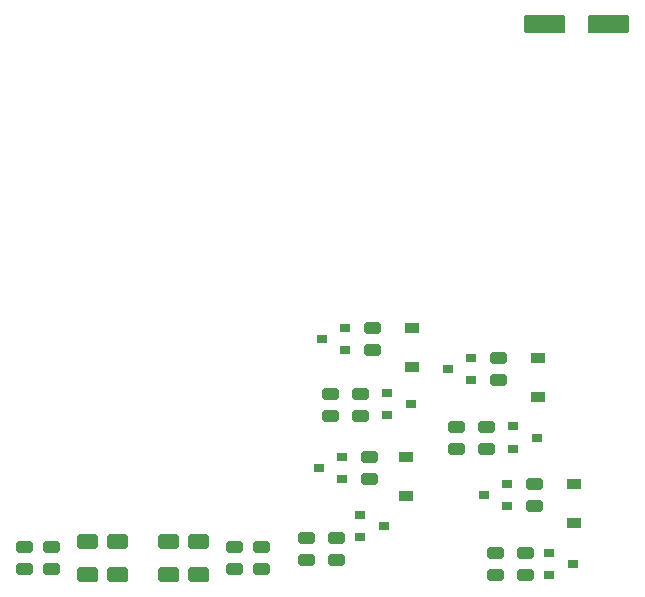
<source format=gtp>
G04 #@! TF.GenerationSoftware,KiCad,Pcbnew,(5.1.5)-3*
G04 #@! TF.CreationDate,2020-10-04T23:20:15+02:00*
G04 #@! TF.ProjectId,relais_hat,72656c61-6973-45f6-9861-742e6b696361,rev?*
G04 #@! TF.SameCoordinates,Original*
G04 #@! TF.FileFunction,Paste,Top*
G04 #@! TF.FilePolarity,Positive*
%FSLAX46Y46*%
G04 Gerber Fmt 4.6, Leading zero omitted, Abs format (unit mm)*
G04 Created by KiCad (PCBNEW (5.1.5)-3) date 2020-10-04 23:20:15*
%MOMM*%
%LPD*%
G04 APERTURE LIST*
%ADD10R,0.900000X0.800000*%
%ADD11C,0.150000*%
%ADD12R,1.200000X0.900000*%
G04 APERTURE END LIST*
D10*
X260910980Y-132880400D03*
X258910980Y-133830400D03*
X258910980Y-131930400D03*
X274629520Y-146441460D03*
X272629520Y-147391460D03*
X272629520Y-145491460D03*
X271563740Y-135740440D03*
X269563740Y-136690440D03*
X269563740Y-134790440D03*
X258608980Y-143251180D03*
X256608980Y-144201180D03*
X256608980Y-142301180D03*
D11*
G36*
X243575504Y-143912204D02*
G01*
X243599773Y-143915804D01*
X243623571Y-143921765D01*
X243646671Y-143930030D01*
X243668849Y-143940520D01*
X243689893Y-143953133D01*
X243709598Y-143967747D01*
X243727777Y-143984223D01*
X243744253Y-144002402D01*
X243758867Y-144022107D01*
X243771480Y-144043151D01*
X243781970Y-144065329D01*
X243790235Y-144088429D01*
X243796196Y-144112227D01*
X243799796Y-144136496D01*
X243801000Y-144161000D01*
X243801000Y-144911000D01*
X243799796Y-144935504D01*
X243796196Y-144959773D01*
X243790235Y-144983571D01*
X243781970Y-145006671D01*
X243771480Y-145028849D01*
X243758867Y-145049893D01*
X243744253Y-145069598D01*
X243727777Y-145087777D01*
X243709598Y-145104253D01*
X243689893Y-145118867D01*
X243668849Y-145131480D01*
X243646671Y-145141970D01*
X243623571Y-145150235D01*
X243599773Y-145156196D01*
X243575504Y-145159796D01*
X243551000Y-145161000D01*
X242301000Y-145161000D01*
X242276496Y-145159796D01*
X242252227Y-145156196D01*
X242228429Y-145150235D01*
X242205329Y-145141970D01*
X242183151Y-145131480D01*
X242162107Y-145118867D01*
X242142402Y-145104253D01*
X242124223Y-145087777D01*
X242107747Y-145069598D01*
X242093133Y-145049893D01*
X242080520Y-145028849D01*
X242070030Y-145006671D01*
X242061765Y-144983571D01*
X242055804Y-144959773D01*
X242052204Y-144935504D01*
X242051000Y-144911000D01*
X242051000Y-144161000D01*
X242052204Y-144136496D01*
X242055804Y-144112227D01*
X242061765Y-144088429D01*
X242070030Y-144065329D01*
X242080520Y-144043151D01*
X242093133Y-144022107D01*
X242107747Y-144002402D01*
X242124223Y-143984223D01*
X242142402Y-143967747D01*
X242162107Y-143953133D01*
X242183151Y-143940520D01*
X242205329Y-143930030D01*
X242228429Y-143921765D01*
X242252227Y-143915804D01*
X242276496Y-143912204D01*
X242301000Y-143911000D01*
X243551000Y-143911000D01*
X243575504Y-143912204D01*
G37*
G36*
X243575504Y-146712204D02*
G01*
X243599773Y-146715804D01*
X243623571Y-146721765D01*
X243646671Y-146730030D01*
X243668849Y-146740520D01*
X243689893Y-146753133D01*
X243709598Y-146767747D01*
X243727777Y-146784223D01*
X243744253Y-146802402D01*
X243758867Y-146822107D01*
X243771480Y-146843151D01*
X243781970Y-146865329D01*
X243790235Y-146888429D01*
X243796196Y-146912227D01*
X243799796Y-146936496D01*
X243801000Y-146961000D01*
X243801000Y-147711000D01*
X243799796Y-147735504D01*
X243796196Y-147759773D01*
X243790235Y-147783571D01*
X243781970Y-147806671D01*
X243771480Y-147828849D01*
X243758867Y-147849893D01*
X243744253Y-147869598D01*
X243727777Y-147887777D01*
X243709598Y-147904253D01*
X243689893Y-147918867D01*
X243668849Y-147931480D01*
X243646671Y-147941970D01*
X243623571Y-147950235D01*
X243599773Y-147956196D01*
X243575504Y-147959796D01*
X243551000Y-147961000D01*
X242301000Y-147961000D01*
X242276496Y-147959796D01*
X242252227Y-147956196D01*
X242228429Y-147950235D01*
X242205329Y-147941970D01*
X242183151Y-147931480D01*
X242162107Y-147918867D01*
X242142402Y-147904253D01*
X242124223Y-147887777D01*
X242107747Y-147869598D01*
X242093133Y-147849893D01*
X242080520Y-147828849D01*
X242070030Y-147806671D01*
X242061765Y-147783571D01*
X242055804Y-147759773D01*
X242052204Y-147735504D01*
X242051000Y-147711000D01*
X242051000Y-146961000D01*
X242052204Y-146936496D01*
X242055804Y-146912227D01*
X242061765Y-146888429D01*
X242070030Y-146865329D01*
X242080520Y-146843151D01*
X242093133Y-146822107D01*
X242107747Y-146802402D01*
X242124223Y-146784223D01*
X242142402Y-146767747D01*
X242162107Y-146753133D01*
X242183151Y-146740520D01*
X242205329Y-146730030D01*
X242228429Y-146721765D01*
X242252227Y-146715804D01*
X242276496Y-146712204D01*
X242301000Y-146711000D01*
X243551000Y-146711000D01*
X243575504Y-146712204D01*
G37*
G36*
X241035504Y-143912204D02*
G01*
X241059773Y-143915804D01*
X241083571Y-143921765D01*
X241106671Y-143930030D01*
X241128849Y-143940520D01*
X241149893Y-143953133D01*
X241169598Y-143967747D01*
X241187777Y-143984223D01*
X241204253Y-144002402D01*
X241218867Y-144022107D01*
X241231480Y-144043151D01*
X241241970Y-144065329D01*
X241250235Y-144088429D01*
X241256196Y-144112227D01*
X241259796Y-144136496D01*
X241261000Y-144161000D01*
X241261000Y-144911000D01*
X241259796Y-144935504D01*
X241256196Y-144959773D01*
X241250235Y-144983571D01*
X241241970Y-145006671D01*
X241231480Y-145028849D01*
X241218867Y-145049893D01*
X241204253Y-145069598D01*
X241187777Y-145087777D01*
X241169598Y-145104253D01*
X241149893Y-145118867D01*
X241128849Y-145131480D01*
X241106671Y-145141970D01*
X241083571Y-145150235D01*
X241059773Y-145156196D01*
X241035504Y-145159796D01*
X241011000Y-145161000D01*
X239761000Y-145161000D01*
X239736496Y-145159796D01*
X239712227Y-145156196D01*
X239688429Y-145150235D01*
X239665329Y-145141970D01*
X239643151Y-145131480D01*
X239622107Y-145118867D01*
X239602402Y-145104253D01*
X239584223Y-145087777D01*
X239567747Y-145069598D01*
X239553133Y-145049893D01*
X239540520Y-145028849D01*
X239530030Y-145006671D01*
X239521765Y-144983571D01*
X239515804Y-144959773D01*
X239512204Y-144935504D01*
X239511000Y-144911000D01*
X239511000Y-144161000D01*
X239512204Y-144136496D01*
X239515804Y-144112227D01*
X239521765Y-144088429D01*
X239530030Y-144065329D01*
X239540520Y-144043151D01*
X239553133Y-144022107D01*
X239567747Y-144002402D01*
X239584223Y-143984223D01*
X239602402Y-143967747D01*
X239622107Y-143953133D01*
X239643151Y-143940520D01*
X239665329Y-143930030D01*
X239688429Y-143921765D01*
X239712227Y-143915804D01*
X239736496Y-143912204D01*
X239761000Y-143911000D01*
X241011000Y-143911000D01*
X241035504Y-143912204D01*
G37*
G36*
X241035504Y-146712204D02*
G01*
X241059773Y-146715804D01*
X241083571Y-146721765D01*
X241106671Y-146730030D01*
X241128849Y-146740520D01*
X241149893Y-146753133D01*
X241169598Y-146767747D01*
X241187777Y-146784223D01*
X241204253Y-146802402D01*
X241218867Y-146822107D01*
X241231480Y-146843151D01*
X241241970Y-146865329D01*
X241250235Y-146888429D01*
X241256196Y-146912227D01*
X241259796Y-146936496D01*
X241261000Y-146961000D01*
X241261000Y-147711000D01*
X241259796Y-147735504D01*
X241256196Y-147759773D01*
X241250235Y-147783571D01*
X241241970Y-147806671D01*
X241231480Y-147828849D01*
X241218867Y-147849893D01*
X241204253Y-147869598D01*
X241187777Y-147887777D01*
X241169598Y-147904253D01*
X241149893Y-147918867D01*
X241128849Y-147931480D01*
X241106671Y-147941970D01*
X241083571Y-147950235D01*
X241059773Y-147956196D01*
X241035504Y-147959796D01*
X241011000Y-147961000D01*
X239761000Y-147961000D01*
X239736496Y-147959796D01*
X239712227Y-147956196D01*
X239688429Y-147950235D01*
X239665329Y-147941970D01*
X239643151Y-147931480D01*
X239622107Y-147918867D01*
X239602402Y-147904253D01*
X239584223Y-147887777D01*
X239567747Y-147869598D01*
X239553133Y-147849893D01*
X239540520Y-147828849D01*
X239530030Y-147806671D01*
X239521765Y-147783571D01*
X239515804Y-147759773D01*
X239512204Y-147735504D01*
X239511000Y-147711000D01*
X239511000Y-146961000D01*
X239512204Y-146936496D01*
X239515804Y-146912227D01*
X239521765Y-146888429D01*
X239530030Y-146865329D01*
X239540520Y-146843151D01*
X239553133Y-146822107D01*
X239567747Y-146802402D01*
X239584223Y-146784223D01*
X239602402Y-146767747D01*
X239622107Y-146753133D01*
X239643151Y-146740520D01*
X239665329Y-146730030D01*
X239688429Y-146721765D01*
X239712227Y-146715804D01*
X239736496Y-146712204D01*
X239761000Y-146711000D01*
X241011000Y-146711000D01*
X241035504Y-146712204D01*
G37*
G36*
X236717504Y-143912204D02*
G01*
X236741773Y-143915804D01*
X236765571Y-143921765D01*
X236788671Y-143930030D01*
X236810849Y-143940520D01*
X236831893Y-143953133D01*
X236851598Y-143967747D01*
X236869777Y-143984223D01*
X236886253Y-144002402D01*
X236900867Y-144022107D01*
X236913480Y-144043151D01*
X236923970Y-144065329D01*
X236932235Y-144088429D01*
X236938196Y-144112227D01*
X236941796Y-144136496D01*
X236943000Y-144161000D01*
X236943000Y-144911000D01*
X236941796Y-144935504D01*
X236938196Y-144959773D01*
X236932235Y-144983571D01*
X236923970Y-145006671D01*
X236913480Y-145028849D01*
X236900867Y-145049893D01*
X236886253Y-145069598D01*
X236869777Y-145087777D01*
X236851598Y-145104253D01*
X236831893Y-145118867D01*
X236810849Y-145131480D01*
X236788671Y-145141970D01*
X236765571Y-145150235D01*
X236741773Y-145156196D01*
X236717504Y-145159796D01*
X236693000Y-145161000D01*
X235443000Y-145161000D01*
X235418496Y-145159796D01*
X235394227Y-145156196D01*
X235370429Y-145150235D01*
X235347329Y-145141970D01*
X235325151Y-145131480D01*
X235304107Y-145118867D01*
X235284402Y-145104253D01*
X235266223Y-145087777D01*
X235249747Y-145069598D01*
X235235133Y-145049893D01*
X235222520Y-145028849D01*
X235212030Y-145006671D01*
X235203765Y-144983571D01*
X235197804Y-144959773D01*
X235194204Y-144935504D01*
X235193000Y-144911000D01*
X235193000Y-144161000D01*
X235194204Y-144136496D01*
X235197804Y-144112227D01*
X235203765Y-144088429D01*
X235212030Y-144065329D01*
X235222520Y-144043151D01*
X235235133Y-144022107D01*
X235249747Y-144002402D01*
X235266223Y-143984223D01*
X235284402Y-143967747D01*
X235304107Y-143953133D01*
X235325151Y-143940520D01*
X235347329Y-143930030D01*
X235370429Y-143921765D01*
X235394227Y-143915804D01*
X235418496Y-143912204D01*
X235443000Y-143911000D01*
X236693000Y-143911000D01*
X236717504Y-143912204D01*
G37*
G36*
X236717504Y-146712204D02*
G01*
X236741773Y-146715804D01*
X236765571Y-146721765D01*
X236788671Y-146730030D01*
X236810849Y-146740520D01*
X236831893Y-146753133D01*
X236851598Y-146767747D01*
X236869777Y-146784223D01*
X236886253Y-146802402D01*
X236900867Y-146822107D01*
X236913480Y-146843151D01*
X236923970Y-146865329D01*
X236932235Y-146888429D01*
X236938196Y-146912227D01*
X236941796Y-146936496D01*
X236943000Y-146961000D01*
X236943000Y-147711000D01*
X236941796Y-147735504D01*
X236938196Y-147759773D01*
X236932235Y-147783571D01*
X236923970Y-147806671D01*
X236913480Y-147828849D01*
X236900867Y-147849893D01*
X236886253Y-147869598D01*
X236869777Y-147887777D01*
X236851598Y-147904253D01*
X236831893Y-147918867D01*
X236810849Y-147931480D01*
X236788671Y-147941970D01*
X236765571Y-147950235D01*
X236741773Y-147956196D01*
X236717504Y-147959796D01*
X236693000Y-147961000D01*
X235443000Y-147961000D01*
X235418496Y-147959796D01*
X235394227Y-147956196D01*
X235370429Y-147950235D01*
X235347329Y-147941970D01*
X235325151Y-147931480D01*
X235304107Y-147918867D01*
X235284402Y-147904253D01*
X235266223Y-147887777D01*
X235249747Y-147869598D01*
X235235133Y-147849893D01*
X235222520Y-147828849D01*
X235212030Y-147806671D01*
X235203765Y-147783571D01*
X235197804Y-147759773D01*
X235194204Y-147735504D01*
X235193000Y-147711000D01*
X235193000Y-146961000D01*
X235194204Y-146936496D01*
X235197804Y-146912227D01*
X235203765Y-146888429D01*
X235212030Y-146865329D01*
X235222520Y-146843151D01*
X235235133Y-146822107D01*
X235249747Y-146802402D01*
X235266223Y-146784223D01*
X235284402Y-146767747D01*
X235304107Y-146753133D01*
X235325151Y-146740520D01*
X235347329Y-146730030D01*
X235370429Y-146721765D01*
X235394227Y-146715804D01*
X235418496Y-146712204D01*
X235443000Y-146711000D01*
X236693000Y-146711000D01*
X236717504Y-146712204D01*
G37*
G36*
X234177504Y-143912204D02*
G01*
X234201773Y-143915804D01*
X234225571Y-143921765D01*
X234248671Y-143930030D01*
X234270849Y-143940520D01*
X234291893Y-143953133D01*
X234311598Y-143967747D01*
X234329777Y-143984223D01*
X234346253Y-144002402D01*
X234360867Y-144022107D01*
X234373480Y-144043151D01*
X234383970Y-144065329D01*
X234392235Y-144088429D01*
X234398196Y-144112227D01*
X234401796Y-144136496D01*
X234403000Y-144161000D01*
X234403000Y-144911000D01*
X234401796Y-144935504D01*
X234398196Y-144959773D01*
X234392235Y-144983571D01*
X234383970Y-145006671D01*
X234373480Y-145028849D01*
X234360867Y-145049893D01*
X234346253Y-145069598D01*
X234329777Y-145087777D01*
X234311598Y-145104253D01*
X234291893Y-145118867D01*
X234270849Y-145131480D01*
X234248671Y-145141970D01*
X234225571Y-145150235D01*
X234201773Y-145156196D01*
X234177504Y-145159796D01*
X234153000Y-145161000D01*
X232903000Y-145161000D01*
X232878496Y-145159796D01*
X232854227Y-145156196D01*
X232830429Y-145150235D01*
X232807329Y-145141970D01*
X232785151Y-145131480D01*
X232764107Y-145118867D01*
X232744402Y-145104253D01*
X232726223Y-145087777D01*
X232709747Y-145069598D01*
X232695133Y-145049893D01*
X232682520Y-145028849D01*
X232672030Y-145006671D01*
X232663765Y-144983571D01*
X232657804Y-144959773D01*
X232654204Y-144935504D01*
X232653000Y-144911000D01*
X232653000Y-144161000D01*
X232654204Y-144136496D01*
X232657804Y-144112227D01*
X232663765Y-144088429D01*
X232672030Y-144065329D01*
X232682520Y-144043151D01*
X232695133Y-144022107D01*
X232709747Y-144002402D01*
X232726223Y-143984223D01*
X232744402Y-143967747D01*
X232764107Y-143953133D01*
X232785151Y-143940520D01*
X232807329Y-143930030D01*
X232830429Y-143921765D01*
X232854227Y-143915804D01*
X232878496Y-143912204D01*
X232903000Y-143911000D01*
X234153000Y-143911000D01*
X234177504Y-143912204D01*
G37*
G36*
X234177504Y-146712204D02*
G01*
X234201773Y-146715804D01*
X234225571Y-146721765D01*
X234248671Y-146730030D01*
X234270849Y-146740520D01*
X234291893Y-146753133D01*
X234311598Y-146767747D01*
X234329777Y-146784223D01*
X234346253Y-146802402D01*
X234360867Y-146822107D01*
X234373480Y-146843151D01*
X234383970Y-146865329D01*
X234392235Y-146888429D01*
X234398196Y-146912227D01*
X234401796Y-146936496D01*
X234403000Y-146961000D01*
X234403000Y-147711000D01*
X234401796Y-147735504D01*
X234398196Y-147759773D01*
X234392235Y-147783571D01*
X234383970Y-147806671D01*
X234373480Y-147828849D01*
X234360867Y-147849893D01*
X234346253Y-147869598D01*
X234329777Y-147887777D01*
X234311598Y-147904253D01*
X234291893Y-147918867D01*
X234270849Y-147931480D01*
X234248671Y-147941970D01*
X234225571Y-147950235D01*
X234201773Y-147956196D01*
X234177504Y-147959796D01*
X234153000Y-147961000D01*
X232903000Y-147961000D01*
X232878496Y-147959796D01*
X232854227Y-147956196D01*
X232830429Y-147950235D01*
X232807329Y-147941970D01*
X232785151Y-147931480D01*
X232764107Y-147918867D01*
X232744402Y-147904253D01*
X232726223Y-147887777D01*
X232709747Y-147869598D01*
X232695133Y-147849893D01*
X232682520Y-147828849D01*
X232672030Y-147806671D01*
X232663765Y-147783571D01*
X232657804Y-147759773D01*
X232654204Y-147735504D01*
X232653000Y-147711000D01*
X232653000Y-146961000D01*
X232654204Y-146936496D01*
X232657804Y-146912227D01*
X232663765Y-146888429D01*
X232672030Y-146865329D01*
X232682520Y-146843151D01*
X232695133Y-146822107D01*
X232709747Y-146802402D01*
X232726223Y-146784223D01*
X232744402Y-146767747D01*
X232764107Y-146753133D01*
X232785151Y-146740520D01*
X232807329Y-146730030D01*
X232830429Y-146721765D01*
X232854227Y-146715804D01*
X232878496Y-146712204D01*
X232903000Y-146711000D01*
X234153000Y-146711000D01*
X234177504Y-146712204D01*
G37*
G36*
X279154504Y-99925204D02*
G01*
X279178773Y-99928804D01*
X279202571Y-99934765D01*
X279225671Y-99943030D01*
X279247849Y-99953520D01*
X279268893Y-99966133D01*
X279288598Y-99980747D01*
X279306777Y-99997223D01*
X279323253Y-100015402D01*
X279337867Y-100035107D01*
X279350480Y-100056151D01*
X279360970Y-100078329D01*
X279369235Y-100101429D01*
X279375196Y-100125227D01*
X279378796Y-100149496D01*
X279380000Y-100174000D01*
X279380000Y-101274000D01*
X279378796Y-101298504D01*
X279375196Y-101322773D01*
X279369235Y-101346571D01*
X279360970Y-101369671D01*
X279350480Y-101391849D01*
X279337867Y-101412893D01*
X279323253Y-101432598D01*
X279306777Y-101450777D01*
X279288598Y-101467253D01*
X279268893Y-101481867D01*
X279247849Y-101494480D01*
X279225671Y-101504970D01*
X279202571Y-101513235D01*
X279178773Y-101519196D01*
X279154504Y-101522796D01*
X279130000Y-101524000D01*
X276130000Y-101524000D01*
X276105496Y-101522796D01*
X276081227Y-101519196D01*
X276057429Y-101513235D01*
X276034329Y-101504970D01*
X276012151Y-101494480D01*
X275991107Y-101481867D01*
X275971402Y-101467253D01*
X275953223Y-101450777D01*
X275936747Y-101432598D01*
X275922133Y-101412893D01*
X275909520Y-101391849D01*
X275899030Y-101369671D01*
X275890765Y-101346571D01*
X275884804Y-101322773D01*
X275881204Y-101298504D01*
X275880000Y-101274000D01*
X275880000Y-100174000D01*
X275881204Y-100149496D01*
X275884804Y-100125227D01*
X275890765Y-100101429D01*
X275899030Y-100078329D01*
X275909520Y-100056151D01*
X275922133Y-100035107D01*
X275936747Y-100015402D01*
X275953223Y-99997223D01*
X275971402Y-99980747D01*
X275991107Y-99966133D01*
X276012151Y-99953520D01*
X276034329Y-99943030D01*
X276057429Y-99934765D01*
X276081227Y-99928804D01*
X276105496Y-99925204D01*
X276130000Y-99924000D01*
X279130000Y-99924000D01*
X279154504Y-99925204D01*
G37*
G36*
X273754504Y-99925204D02*
G01*
X273778773Y-99928804D01*
X273802571Y-99934765D01*
X273825671Y-99943030D01*
X273847849Y-99953520D01*
X273868893Y-99966133D01*
X273888598Y-99980747D01*
X273906777Y-99997223D01*
X273923253Y-100015402D01*
X273937867Y-100035107D01*
X273950480Y-100056151D01*
X273960970Y-100078329D01*
X273969235Y-100101429D01*
X273975196Y-100125227D01*
X273978796Y-100149496D01*
X273980000Y-100174000D01*
X273980000Y-101274000D01*
X273978796Y-101298504D01*
X273975196Y-101322773D01*
X273969235Y-101346571D01*
X273960970Y-101369671D01*
X273950480Y-101391849D01*
X273937867Y-101412893D01*
X273923253Y-101432598D01*
X273906777Y-101450777D01*
X273888598Y-101467253D01*
X273868893Y-101481867D01*
X273847849Y-101494480D01*
X273825671Y-101504970D01*
X273802571Y-101513235D01*
X273778773Y-101519196D01*
X273754504Y-101522796D01*
X273730000Y-101524000D01*
X270730000Y-101524000D01*
X270705496Y-101522796D01*
X270681227Y-101519196D01*
X270657429Y-101513235D01*
X270634329Y-101504970D01*
X270612151Y-101494480D01*
X270591107Y-101481867D01*
X270571402Y-101467253D01*
X270553223Y-101450777D01*
X270536747Y-101432598D01*
X270522133Y-101412893D01*
X270509520Y-101391849D01*
X270499030Y-101369671D01*
X270490765Y-101346571D01*
X270484804Y-101322773D01*
X270481204Y-101298504D01*
X270480000Y-101274000D01*
X270480000Y-100174000D01*
X270481204Y-100149496D01*
X270484804Y-100125227D01*
X270490765Y-100101429D01*
X270499030Y-100078329D01*
X270509520Y-100056151D01*
X270522133Y-100035107D01*
X270536747Y-100015402D01*
X270553223Y-99997223D01*
X270571402Y-99980747D01*
X270591107Y-99966133D01*
X270612151Y-99953520D01*
X270634329Y-99943030D01*
X270657429Y-99934765D01*
X270681227Y-99928804D01*
X270705496Y-99925204D01*
X270730000Y-99924000D01*
X273730000Y-99924000D01*
X273754504Y-99925204D01*
G37*
D12*
X260960000Y-129806000D03*
X260960000Y-126506000D03*
X274676000Y-143014000D03*
X274676000Y-139714000D03*
X271628000Y-132346000D03*
X271628000Y-129046000D03*
X260452000Y-140728000D03*
X260452000Y-137428000D03*
D10*
X253356000Y-127394000D03*
X255356000Y-126444000D03*
X255356000Y-128344000D03*
X267072000Y-140602000D03*
X269072000Y-139652000D03*
X269072000Y-141552000D03*
X264024000Y-129934000D03*
X266024000Y-128984000D03*
X266024000Y-130884000D03*
X253102000Y-138316000D03*
X255102000Y-137366000D03*
X255102000Y-139266000D03*
D11*
G36*
X257122142Y-131558174D02*
G01*
X257145803Y-131561684D01*
X257169007Y-131567496D01*
X257191529Y-131575554D01*
X257213153Y-131585782D01*
X257233670Y-131598079D01*
X257252883Y-131612329D01*
X257270607Y-131628393D01*
X257286671Y-131646117D01*
X257300921Y-131665330D01*
X257313218Y-131685847D01*
X257323446Y-131707471D01*
X257331504Y-131729993D01*
X257337316Y-131753197D01*
X257340826Y-131776858D01*
X257342000Y-131800750D01*
X257342000Y-132288250D01*
X257340826Y-132312142D01*
X257337316Y-132335803D01*
X257331504Y-132359007D01*
X257323446Y-132381529D01*
X257313218Y-132403153D01*
X257300921Y-132423670D01*
X257286671Y-132442883D01*
X257270607Y-132460607D01*
X257252883Y-132476671D01*
X257233670Y-132490921D01*
X257213153Y-132503218D01*
X257191529Y-132513446D01*
X257169007Y-132521504D01*
X257145803Y-132527316D01*
X257122142Y-132530826D01*
X257098250Y-132532000D01*
X256185750Y-132532000D01*
X256161858Y-132530826D01*
X256138197Y-132527316D01*
X256114993Y-132521504D01*
X256092471Y-132513446D01*
X256070847Y-132503218D01*
X256050330Y-132490921D01*
X256031117Y-132476671D01*
X256013393Y-132460607D01*
X255997329Y-132442883D01*
X255983079Y-132423670D01*
X255970782Y-132403153D01*
X255960554Y-132381529D01*
X255952496Y-132359007D01*
X255946684Y-132335803D01*
X255943174Y-132312142D01*
X255942000Y-132288250D01*
X255942000Y-131800750D01*
X255943174Y-131776858D01*
X255946684Y-131753197D01*
X255952496Y-131729993D01*
X255960554Y-131707471D01*
X255970782Y-131685847D01*
X255983079Y-131665330D01*
X255997329Y-131646117D01*
X256013393Y-131628393D01*
X256031117Y-131612329D01*
X256050330Y-131598079D01*
X256070847Y-131585782D01*
X256092471Y-131575554D01*
X256114993Y-131567496D01*
X256138197Y-131561684D01*
X256161858Y-131558174D01*
X256185750Y-131557000D01*
X257098250Y-131557000D01*
X257122142Y-131558174D01*
G37*
G36*
X257122142Y-133433174D02*
G01*
X257145803Y-133436684D01*
X257169007Y-133442496D01*
X257191529Y-133450554D01*
X257213153Y-133460782D01*
X257233670Y-133473079D01*
X257252883Y-133487329D01*
X257270607Y-133503393D01*
X257286671Y-133521117D01*
X257300921Y-133540330D01*
X257313218Y-133560847D01*
X257323446Y-133582471D01*
X257331504Y-133604993D01*
X257337316Y-133628197D01*
X257340826Y-133651858D01*
X257342000Y-133675750D01*
X257342000Y-134163250D01*
X257340826Y-134187142D01*
X257337316Y-134210803D01*
X257331504Y-134234007D01*
X257323446Y-134256529D01*
X257313218Y-134278153D01*
X257300921Y-134298670D01*
X257286671Y-134317883D01*
X257270607Y-134335607D01*
X257252883Y-134351671D01*
X257233670Y-134365921D01*
X257213153Y-134378218D01*
X257191529Y-134388446D01*
X257169007Y-134396504D01*
X257145803Y-134402316D01*
X257122142Y-134405826D01*
X257098250Y-134407000D01*
X256185750Y-134407000D01*
X256161858Y-134405826D01*
X256138197Y-134402316D01*
X256114993Y-134396504D01*
X256092471Y-134388446D01*
X256070847Y-134378218D01*
X256050330Y-134365921D01*
X256031117Y-134351671D01*
X256013393Y-134335607D01*
X255997329Y-134317883D01*
X255983079Y-134298670D01*
X255970782Y-134278153D01*
X255960554Y-134256529D01*
X255952496Y-134234007D01*
X255946684Y-134210803D01*
X255943174Y-134187142D01*
X255942000Y-134163250D01*
X255942000Y-133675750D01*
X255943174Y-133651858D01*
X255946684Y-133628197D01*
X255952496Y-133604993D01*
X255960554Y-133582471D01*
X255970782Y-133560847D01*
X255983079Y-133540330D01*
X255997329Y-133521117D01*
X256013393Y-133503393D01*
X256031117Y-133487329D01*
X256050330Y-133473079D01*
X256070847Y-133460782D01*
X256092471Y-133450554D01*
X256114993Y-133442496D01*
X256138197Y-133436684D01*
X256161858Y-133433174D01*
X256185750Y-133432000D01*
X257098250Y-133432000D01*
X257122142Y-133433174D01*
G37*
G36*
X271092142Y-145020174D02*
G01*
X271115803Y-145023684D01*
X271139007Y-145029496D01*
X271161529Y-145037554D01*
X271183153Y-145047782D01*
X271203670Y-145060079D01*
X271222883Y-145074329D01*
X271240607Y-145090393D01*
X271256671Y-145108117D01*
X271270921Y-145127330D01*
X271283218Y-145147847D01*
X271293446Y-145169471D01*
X271301504Y-145191993D01*
X271307316Y-145215197D01*
X271310826Y-145238858D01*
X271312000Y-145262750D01*
X271312000Y-145750250D01*
X271310826Y-145774142D01*
X271307316Y-145797803D01*
X271301504Y-145821007D01*
X271293446Y-145843529D01*
X271283218Y-145865153D01*
X271270921Y-145885670D01*
X271256671Y-145904883D01*
X271240607Y-145922607D01*
X271222883Y-145938671D01*
X271203670Y-145952921D01*
X271183153Y-145965218D01*
X271161529Y-145975446D01*
X271139007Y-145983504D01*
X271115803Y-145989316D01*
X271092142Y-145992826D01*
X271068250Y-145994000D01*
X270155750Y-145994000D01*
X270131858Y-145992826D01*
X270108197Y-145989316D01*
X270084993Y-145983504D01*
X270062471Y-145975446D01*
X270040847Y-145965218D01*
X270020330Y-145952921D01*
X270001117Y-145938671D01*
X269983393Y-145922607D01*
X269967329Y-145904883D01*
X269953079Y-145885670D01*
X269940782Y-145865153D01*
X269930554Y-145843529D01*
X269922496Y-145821007D01*
X269916684Y-145797803D01*
X269913174Y-145774142D01*
X269912000Y-145750250D01*
X269912000Y-145262750D01*
X269913174Y-145238858D01*
X269916684Y-145215197D01*
X269922496Y-145191993D01*
X269930554Y-145169471D01*
X269940782Y-145147847D01*
X269953079Y-145127330D01*
X269967329Y-145108117D01*
X269983393Y-145090393D01*
X270001117Y-145074329D01*
X270020330Y-145060079D01*
X270040847Y-145047782D01*
X270062471Y-145037554D01*
X270084993Y-145029496D01*
X270108197Y-145023684D01*
X270131858Y-145020174D01*
X270155750Y-145019000D01*
X271068250Y-145019000D01*
X271092142Y-145020174D01*
G37*
G36*
X271092142Y-146895174D02*
G01*
X271115803Y-146898684D01*
X271139007Y-146904496D01*
X271161529Y-146912554D01*
X271183153Y-146922782D01*
X271203670Y-146935079D01*
X271222883Y-146949329D01*
X271240607Y-146965393D01*
X271256671Y-146983117D01*
X271270921Y-147002330D01*
X271283218Y-147022847D01*
X271293446Y-147044471D01*
X271301504Y-147066993D01*
X271307316Y-147090197D01*
X271310826Y-147113858D01*
X271312000Y-147137750D01*
X271312000Y-147625250D01*
X271310826Y-147649142D01*
X271307316Y-147672803D01*
X271301504Y-147696007D01*
X271293446Y-147718529D01*
X271283218Y-147740153D01*
X271270921Y-147760670D01*
X271256671Y-147779883D01*
X271240607Y-147797607D01*
X271222883Y-147813671D01*
X271203670Y-147827921D01*
X271183153Y-147840218D01*
X271161529Y-147850446D01*
X271139007Y-147858504D01*
X271115803Y-147864316D01*
X271092142Y-147867826D01*
X271068250Y-147869000D01*
X270155750Y-147869000D01*
X270131858Y-147867826D01*
X270108197Y-147864316D01*
X270084993Y-147858504D01*
X270062471Y-147850446D01*
X270040847Y-147840218D01*
X270020330Y-147827921D01*
X270001117Y-147813671D01*
X269983393Y-147797607D01*
X269967329Y-147779883D01*
X269953079Y-147760670D01*
X269940782Y-147740153D01*
X269930554Y-147718529D01*
X269922496Y-147696007D01*
X269916684Y-147672803D01*
X269913174Y-147649142D01*
X269912000Y-147625250D01*
X269912000Y-147137750D01*
X269913174Y-147113858D01*
X269916684Y-147090197D01*
X269922496Y-147066993D01*
X269930554Y-147044471D01*
X269940782Y-147022847D01*
X269953079Y-147002330D01*
X269967329Y-146983117D01*
X269983393Y-146965393D01*
X270001117Y-146949329D01*
X270020330Y-146935079D01*
X270040847Y-146922782D01*
X270062471Y-146912554D01*
X270084993Y-146904496D01*
X270108197Y-146898684D01*
X270131858Y-146895174D01*
X270155750Y-146894000D01*
X271068250Y-146894000D01*
X271092142Y-146895174D01*
G37*
G36*
X267790142Y-134352174D02*
G01*
X267813803Y-134355684D01*
X267837007Y-134361496D01*
X267859529Y-134369554D01*
X267881153Y-134379782D01*
X267901670Y-134392079D01*
X267920883Y-134406329D01*
X267938607Y-134422393D01*
X267954671Y-134440117D01*
X267968921Y-134459330D01*
X267981218Y-134479847D01*
X267991446Y-134501471D01*
X267999504Y-134523993D01*
X268005316Y-134547197D01*
X268008826Y-134570858D01*
X268010000Y-134594750D01*
X268010000Y-135082250D01*
X268008826Y-135106142D01*
X268005316Y-135129803D01*
X267999504Y-135153007D01*
X267991446Y-135175529D01*
X267981218Y-135197153D01*
X267968921Y-135217670D01*
X267954671Y-135236883D01*
X267938607Y-135254607D01*
X267920883Y-135270671D01*
X267901670Y-135284921D01*
X267881153Y-135297218D01*
X267859529Y-135307446D01*
X267837007Y-135315504D01*
X267813803Y-135321316D01*
X267790142Y-135324826D01*
X267766250Y-135326000D01*
X266853750Y-135326000D01*
X266829858Y-135324826D01*
X266806197Y-135321316D01*
X266782993Y-135315504D01*
X266760471Y-135307446D01*
X266738847Y-135297218D01*
X266718330Y-135284921D01*
X266699117Y-135270671D01*
X266681393Y-135254607D01*
X266665329Y-135236883D01*
X266651079Y-135217670D01*
X266638782Y-135197153D01*
X266628554Y-135175529D01*
X266620496Y-135153007D01*
X266614684Y-135129803D01*
X266611174Y-135106142D01*
X266610000Y-135082250D01*
X266610000Y-134594750D01*
X266611174Y-134570858D01*
X266614684Y-134547197D01*
X266620496Y-134523993D01*
X266628554Y-134501471D01*
X266638782Y-134479847D01*
X266651079Y-134459330D01*
X266665329Y-134440117D01*
X266681393Y-134422393D01*
X266699117Y-134406329D01*
X266718330Y-134392079D01*
X266738847Y-134379782D01*
X266760471Y-134369554D01*
X266782993Y-134361496D01*
X266806197Y-134355684D01*
X266829858Y-134352174D01*
X266853750Y-134351000D01*
X267766250Y-134351000D01*
X267790142Y-134352174D01*
G37*
G36*
X267790142Y-136227174D02*
G01*
X267813803Y-136230684D01*
X267837007Y-136236496D01*
X267859529Y-136244554D01*
X267881153Y-136254782D01*
X267901670Y-136267079D01*
X267920883Y-136281329D01*
X267938607Y-136297393D01*
X267954671Y-136315117D01*
X267968921Y-136334330D01*
X267981218Y-136354847D01*
X267991446Y-136376471D01*
X267999504Y-136398993D01*
X268005316Y-136422197D01*
X268008826Y-136445858D01*
X268010000Y-136469750D01*
X268010000Y-136957250D01*
X268008826Y-136981142D01*
X268005316Y-137004803D01*
X267999504Y-137028007D01*
X267991446Y-137050529D01*
X267981218Y-137072153D01*
X267968921Y-137092670D01*
X267954671Y-137111883D01*
X267938607Y-137129607D01*
X267920883Y-137145671D01*
X267901670Y-137159921D01*
X267881153Y-137172218D01*
X267859529Y-137182446D01*
X267837007Y-137190504D01*
X267813803Y-137196316D01*
X267790142Y-137199826D01*
X267766250Y-137201000D01*
X266853750Y-137201000D01*
X266829858Y-137199826D01*
X266806197Y-137196316D01*
X266782993Y-137190504D01*
X266760471Y-137182446D01*
X266738847Y-137172218D01*
X266718330Y-137159921D01*
X266699117Y-137145671D01*
X266681393Y-137129607D01*
X266665329Y-137111883D01*
X266651079Y-137092670D01*
X266638782Y-137072153D01*
X266628554Y-137050529D01*
X266620496Y-137028007D01*
X266614684Y-137004803D01*
X266611174Y-136981142D01*
X266610000Y-136957250D01*
X266610000Y-136469750D01*
X266611174Y-136445858D01*
X266614684Y-136422197D01*
X266620496Y-136398993D01*
X266628554Y-136376471D01*
X266638782Y-136354847D01*
X266651079Y-136334330D01*
X266665329Y-136315117D01*
X266681393Y-136297393D01*
X266699117Y-136281329D01*
X266718330Y-136267079D01*
X266738847Y-136254782D01*
X266760471Y-136244554D01*
X266782993Y-136236496D01*
X266806197Y-136230684D01*
X266829858Y-136227174D01*
X266853750Y-136226000D01*
X267766250Y-136226000D01*
X267790142Y-136227174D01*
G37*
G36*
X255090142Y-143750174D02*
G01*
X255113803Y-143753684D01*
X255137007Y-143759496D01*
X255159529Y-143767554D01*
X255181153Y-143777782D01*
X255201670Y-143790079D01*
X255220883Y-143804329D01*
X255238607Y-143820393D01*
X255254671Y-143838117D01*
X255268921Y-143857330D01*
X255281218Y-143877847D01*
X255291446Y-143899471D01*
X255299504Y-143921993D01*
X255305316Y-143945197D01*
X255308826Y-143968858D01*
X255310000Y-143992750D01*
X255310000Y-144480250D01*
X255308826Y-144504142D01*
X255305316Y-144527803D01*
X255299504Y-144551007D01*
X255291446Y-144573529D01*
X255281218Y-144595153D01*
X255268921Y-144615670D01*
X255254671Y-144634883D01*
X255238607Y-144652607D01*
X255220883Y-144668671D01*
X255201670Y-144682921D01*
X255181153Y-144695218D01*
X255159529Y-144705446D01*
X255137007Y-144713504D01*
X255113803Y-144719316D01*
X255090142Y-144722826D01*
X255066250Y-144724000D01*
X254153750Y-144724000D01*
X254129858Y-144722826D01*
X254106197Y-144719316D01*
X254082993Y-144713504D01*
X254060471Y-144705446D01*
X254038847Y-144695218D01*
X254018330Y-144682921D01*
X253999117Y-144668671D01*
X253981393Y-144652607D01*
X253965329Y-144634883D01*
X253951079Y-144615670D01*
X253938782Y-144595153D01*
X253928554Y-144573529D01*
X253920496Y-144551007D01*
X253914684Y-144527803D01*
X253911174Y-144504142D01*
X253910000Y-144480250D01*
X253910000Y-143992750D01*
X253911174Y-143968858D01*
X253914684Y-143945197D01*
X253920496Y-143921993D01*
X253928554Y-143899471D01*
X253938782Y-143877847D01*
X253951079Y-143857330D01*
X253965329Y-143838117D01*
X253981393Y-143820393D01*
X253999117Y-143804329D01*
X254018330Y-143790079D01*
X254038847Y-143777782D01*
X254060471Y-143767554D01*
X254082993Y-143759496D01*
X254106197Y-143753684D01*
X254129858Y-143750174D01*
X254153750Y-143749000D01*
X255066250Y-143749000D01*
X255090142Y-143750174D01*
G37*
G36*
X255090142Y-145625174D02*
G01*
X255113803Y-145628684D01*
X255137007Y-145634496D01*
X255159529Y-145642554D01*
X255181153Y-145652782D01*
X255201670Y-145665079D01*
X255220883Y-145679329D01*
X255238607Y-145695393D01*
X255254671Y-145713117D01*
X255268921Y-145732330D01*
X255281218Y-145752847D01*
X255291446Y-145774471D01*
X255299504Y-145796993D01*
X255305316Y-145820197D01*
X255308826Y-145843858D01*
X255310000Y-145867750D01*
X255310000Y-146355250D01*
X255308826Y-146379142D01*
X255305316Y-146402803D01*
X255299504Y-146426007D01*
X255291446Y-146448529D01*
X255281218Y-146470153D01*
X255268921Y-146490670D01*
X255254671Y-146509883D01*
X255238607Y-146527607D01*
X255220883Y-146543671D01*
X255201670Y-146557921D01*
X255181153Y-146570218D01*
X255159529Y-146580446D01*
X255137007Y-146588504D01*
X255113803Y-146594316D01*
X255090142Y-146597826D01*
X255066250Y-146599000D01*
X254153750Y-146599000D01*
X254129858Y-146597826D01*
X254106197Y-146594316D01*
X254082993Y-146588504D01*
X254060471Y-146580446D01*
X254038847Y-146570218D01*
X254018330Y-146557921D01*
X253999117Y-146543671D01*
X253981393Y-146527607D01*
X253965329Y-146509883D01*
X253951079Y-146490670D01*
X253938782Y-146470153D01*
X253928554Y-146448529D01*
X253920496Y-146426007D01*
X253914684Y-146402803D01*
X253911174Y-146379142D01*
X253910000Y-146355250D01*
X253910000Y-145867750D01*
X253911174Y-145843858D01*
X253914684Y-145820197D01*
X253920496Y-145796993D01*
X253928554Y-145774471D01*
X253938782Y-145752847D01*
X253951079Y-145732330D01*
X253965329Y-145713117D01*
X253981393Y-145695393D01*
X253999117Y-145679329D01*
X254018330Y-145665079D01*
X254038847Y-145652782D01*
X254060471Y-145642554D01*
X254082993Y-145634496D01*
X254106197Y-145628684D01*
X254129858Y-145625174D01*
X254153750Y-145624000D01*
X255066250Y-145624000D01*
X255090142Y-145625174D01*
G37*
G36*
X246454142Y-144512174D02*
G01*
X246477803Y-144515684D01*
X246501007Y-144521496D01*
X246523529Y-144529554D01*
X246545153Y-144539782D01*
X246565670Y-144552079D01*
X246584883Y-144566329D01*
X246602607Y-144582393D01*
X246618671Y-144600117D01*
X246632921Y-144619330D01*
X246645218Y-144639847D01*
X246655446Y-144661471D01*
X246663504Y-144683993D01*
X246669316Y-144707197D01*
X246672826Y-144730858D01*
X246674000Y-144754750D01*
X246674000Y-145242250D01*
X246672826Y-145266142D01*
X246669316Y-145289803D01*
X246663504Y-145313007D01*
X246655446Y-145335529D01*
X246645218Y-145357153D01*
X246632921Y-145377670D01*
X246618671Y-145396883D01*
X246602607Y-145414607D01*
X246584883Y-145430671D01*
X246565670Y-145444921D01*
X246545153Y-145457218D01*
X246523529Y-145467446D01*
X246501007Y-145475504D01*
X246477803Y-145481316D01*
X246454142Y-145484826D01*
X246430250Y-145486000D01*
X245517750Y-145486000D01*
X245493858Y-145484826D01*
X245470197Y-145481316D01*
X245446993Y-145475504D01*
X245424471Y-145467446D01*
X245402847Y-145457218D01*
X245382330Y-145444921D01*
X245363117Y-145430671D01*
X245345393Y-145414607D01*
X245329329Y-145396883D01*
X245315079Y-145377670D01*
X245302782Y-145357153D01*
X245292554Y-145335529D01*
X245284496Y-145313007D01*
X245278684Y-145289803D01*
X245275174Y-145266142D01*
X245274000Y-145242250D01*
X245274000Y-144754750D01*
X245275174Y-144730858D01*
X245278684Y-144707197D01*
X245284496Y-144683993D01*
X245292554Y-144661471D01*
X245302782Y-144639847D01*
X245315079Y-144619330D01*
X245329329Y-144600117D01*
X245345393Y-144582393D01*
X245363117Y-144566329D01*
X245382330Y-144552079D01*
X245402847Y-144539782D01*
X245424471Y-144529554D01*
X245446993Y-144521496D01*
X245470197Y-144515684D01*
X245493858Y-144512174D01*
X245517750Y-144511000D01*
X246430250Y-144511000D01*
X246454142Y-144512174D01*
G37*
G36*
X246454142Y-146387174D02*
G01*
X246477803Y-146390684D01*
X246501007Y-146396496D01*
X246523529Y-146404554D01*
X246545153Y-146414782D01*
X246565670Y-146427079D01*
X246584883Y-146441329D01*
X246602607Y-146457393D01*
X246618671Y-146475117D01*
X246632921Y-146494330D01*
X246645218Y-146514847D01*
X246655446Y-146536471D01*
X246663504Y-146558993D01*
X246669316Y-146582197D01*
X246672826Y-146605858D01*
X246674000Y-146629750D01*
X246674000Y-147117250D01*
X246672826Y-147141142D01*
X246669316Y-147164803D01*
X246663504Y-147188007D01*
X246655446Y-147210529D01*
X246645218Y-147232153D01*
X246632921Y-147252670D01*
X246618671Y-147271883D01*
X246602607Y-147289607D01*
X246584883Y-147305671D01*
X246565670Y-147319921D01*
X246545153Y-147332218D01*
X246523529Y-147342446D01*
X246501007Y-147350504D01*
X246477803Y-147356316D01*
X246454142Y-147359826D01*
X246430250Y-147361000D01*
X245517750Y-147361000D01*
X245493858Y-147359826D01*
X245470197Y-147356316D01*
X245446993Y-147350504D01*
X245424471Y-147342446D01*
X245402847Y-147332218D01*
X245382330Y-147319921D01*
X245363117Y-147305671D01*
X245345393Y-147289607D01*
X245329329Y-147271883D01*
X245315079Y-147252670D01*
X245302782Y-147232153D01*
X245292554Y-147210529D01*
X245284496Y-147188007D01*
X245278684Y-147164803D01*
X245275174Y-147141142D01*
X245274000Y-147117250D01*
X245274000Y-146629750D01*
X245275174Y-146605858D01*
X245278684Y-146582197D01*
X245284496Y-146558993D01*
X245292554Y-146536471D01*
X245302782Y-146514847D01*
X245315079Y-146494330D01*
X245329329Y-146475117D01*
X245345393Y-146457393D01*
X245363117Y-146441329D01*
X245382330Y-146427079D01*
X245402847Y-146414782D01*
X245424471Y-146404554D01*
X245446993Y-146396496D01*
X245470197Y-146390684D01*
X245493858Y-146387174D01*
X245517750Y-146386000D01*
X246430250Y-146386000D01*
X246454142Y-146387174D01*
G37*
G36*
X248740142Y-144512174D02*
G01*
X248763803Y-144515684D01*
X248787007Y-144521496D01*
X248809529Y-144529554D01*
X248831153Y-144539782D01*
X248851670Y-144552079D01*
X248870883Y-144566329D01*
X248888607Y-144582393D01*
X248904671Y-144600117D01*
X248918921Y-144619330D01*
X248931218Y-144639847D01*
X248941446Y-144661471D01*
X248949504Y-144683993D01*
X248955316Y-144707197D01*
X248958826Y-144730858D01*
X248960000Y-144754750D01*
X248960000Y-145242250D01*
X248958826Y-145266142D01*
X248955316Y-145289803D01*
X248949504Y-145313007D01*
X248941446Y-145335529D01*
X248931218Y-145357153D01*
X248918921Y-145377670D01*
X248904671Y-145396883D01*
X248888607Y-145414607D01*
X248870883Y-145430671D01*
X248851670Y-145444921D01*
X248831153Y-145457218D01*
X248809529Y-145467446D01*
X248787007Y-145475504D01*
X248763803Y-145481316D01*
X248740142Y-145484826D01*
X248716250Y-145486000D01*
X247803750Y-145486000D01*
X247779858Y-145484826D01*
X247756197Y-145481316D01*
X247732993Y-145475504D01*
X247710471Y-145467446D01*
X247688847Y-145457218D01*
X247668330Y-145444921D01*
X247649117Y-145430671D01*
X247631393Y-145414607D01*
X247615329Y-145396883D01*
X247601079Y-145377670D01*
X247588782Y-145357153D01*
X247578554Y-145335529D01*
X247570496Y-145313007D01*
X247564684Y-145289803D01*
X247561174Y-145266142D01*
X247560000Y-145242250D01*
X247560000Y-144754750D01*
X247561174Y-144730858D01*
X247564684Y-144707197D01*
X247570496Y-144683993D01*
X247578554Y-144661471D01*
X247588782Y-144639847D01*
X247601079Y-144619330D01*
X247615329Y-144600117D01*
X247631393Y-144582393D01*
X247649117Y-144566329D01*
X247668330Y-144552079D01*
X247688847Y-144539782D01*
X247710471Y-144529554D01*
X247732993Y-144521496D01*
X247756197Y-144515684D01*
X247779858Y-144512174D01*
X247803750Y-144511000D01*
X248716250Y-144511000D01*
X248740142Y-144512174D01*
G37*
G36*
X248740142Y-146387174D02*
G01*
X248763803Y-146390684D01*
X248787007Y-146396496D01*
X248809529Y-146404554D01*
X248831153Y-146414782D01*
X248851670Y-146427079D01*
X248870883Y-146441329D01*
X248888607Y-146457393D01*
X248904671Y-146475117D01*
X248918921Y-146494330D01*
X248931218Y-146514847D01*
X248941446Y-146536471D01*
X248949504Y-146558993D01*
X248955316Y-146582197D01*
X248958826Y-146605858D01*
X248960000Y-146629750D01*
X248960000Y-147117250D01*
X248958826Y-147141142D01*
X248955316Y-147164803D01*
X248949504Y-147188007D01*
X248941446Y-147210529D01*
X248931218Y-147232153D01*
X248918921Y-147252670D01*
X248904671Y-147271883D01*
X248888607Y-147289607D01*
X248870883Y-147305671D01*
X248851670Y-147319921D01*
X248831153Y-147332218D01*
X248809529Y-147342446D01*
X248787007Y-147350504D01*
X248763803Y-147356316D01*
X248740142Y-147359826D01*
X248716250Y-147361000D01*
X247803750Y-147361000D01*
X247779858Y-147359826D01*
X247756197Y-147356316D01*
X247732993Y-147350504D01*
X247710471Y-147342446D01*
X247688847Y-147332218D01*
X247668330Y-147319921D01*
X247649117Y-147305671D01*
X247631393Y-147289607D01*
X247615329Y-147271883D01*
X247601079Y-147252670D01*
X247588782Y-147232153D01*
X247578554Y-147210529D01*
X247570496Y-147188007D01*
X247564684Y-147164803D01*
X247561174Y-147141142D01*
X247560000Y-147117250D01*
X247560000Y-146629750D01*
X247561174Y-146605858D01*
X247564684Y-146582197D01*
X247570496Y-146558993D01*
X247578554Y-146536471D01*
X247588782Y-146514847D01*
X247601079Y-146494330D01*
X247615329Y-146475117D01*
X247631393Y-146457393D01*
X247649117Y-146441329D01*
X247668330Y-146427079D01*
X247688847Y-146414782D01*
X247710471Y-146404554D01*
X247732993Y-146396496D01*
X247756197Y-146390684D01*
X247779858Y-146387174D01*
X247803750Y-146386000D01*
X248716250Y-146386000D01*
X248740142Y-146387174D01*
G37*
G36*
X228674142Y-144512174D02*
G01*
X228697803Y-144515684D01*
X228721007Y-144521496D01*
X228743529Y-144529554D01*
X228765153Y-144539782D01*
X228785670Y-144552079D01*
X228804883Y-144566329D01*
X228822607Y-144582393D01*
X228838671Y-144600117D01*
X228852921Y-144619330D01*
X228865218Y-144639847D01*
X228875446Y-144661471D01*
X228883504Y-144683993D01*
X228889316Y-144707197D01*
X228892826Y-144730858D01*
X228894000Y-144754750D01*
X228894000Y-145242250D01*
X228892826Y-145266142D01*
X228889316Y-145289803D01*
X228883504Y-145313007D01*
X228875446Y-145335529D01*
X228865218Y-145357153D01*
X228852921Y-145377670D01*
X228838671Y-145396883D01*
X228822607Y-145414607D01*
X228804883Y-145430671D01*
X228785670Y-145444921D01*
X228765153Y-145457218D01*
X228743529Y-145467446D01*
X228721007Y-145475504D01*
X228697803Y-145481316D01*
X228674142Y-145484826D01*
X228650250Y-145486000D01*
X227737750Y-145486000D01*
X227713858Y-145484826D01*
X227690197Y-145481316D01*
X227666993Y-145475504D01*
X227644471Y-145467446D01*
X227622847Y-145457218D01*
X227602330Y-145444921D01*
X227583117Y-145430671D01*
X227565393Y-145414607D01*
X227549329Y-145396883D01*
X227535079Y-145377670D01*
X227522782Y-145357153D01*
X227512554Y-145335529D01*
X227504496Y-145313007D01*
X227498684Y-145289803D01*
X227495174Y-145266142D01*
X227494000Y-145242250D01*
X227494000Y-144754750D01*
X227495174Y-144730858D01*
X227498684Y-144707197D01*
X227504496Y-144683993D01*
X227512554Y-144661471D01*
X227522782Y-144639847D01*
X227535079Y-144619330D01*
X227549329Y-144600117D01*
X227565393Y-144582393D01*
X227583117Y-144566329D01*
X227602330Y-144552079D01*
X227622847Y-144539782D01*
X227644471Y-144529554D01*
X227666993Y-144521496D01*
X227690197Y-144515684D01*
X227713858Y-144512174D01*
X227737750Y-144511000D01*
X228650250Y-144511000D01*
X228674142Y-144512174D01*
G37*
G36*
X228674142Y-146387174D02*
G01*
X228697803Y-146390684D01*
X228721007Y-146396496D01*
X228743529Y-146404554D01*
X228765153Y-146414782D01*
X228785670Y-146427079D01*
X228804883Y-146441329D01*
X228822607Y-146457393D01*
X228838671Y-146475117D01*
X228852921Y-146494330D01*
X228865218Y-146514847D01*
X228875446Y-146536471D01*
X228883504Y-146558993D01*
X228889316Y-146582197D01*
X228892826Y-146605858D01*
X228894000Y-146629750D01*
X228894000Y-147117250D01*
X228892826Y-147141142D01*
X228889316Y-147164803D01*
X228883504Y-147188007D01*
X228875446Y-147210529D01*
X228865218Y-147232153D01*
X228852921Y-147252670D01*
X228838671Y-147271883D01*
X228822607Y-147289607D01*
X228804883Y-147305671D01*
X228785670Y-147319921D01*
X228765153Y-147332218D01*
X228743529Y-147342446D01*
X228721007Y-147350504D01*
X228697803Y-147356316D01*
X228674142Y-147359826D01*
X228650250Y-147361000D01*
X227737750Y-147361000D01*
X227713858Y-147359826D01*
X227690197Y-147356316D01*
X227666993Y-147350504D01*
X227644471Y-147342446D01*
X227622847Y-147332218D01*
X227602330Y-147319921D01*
X227583117Y-147305671D01*
X227565393Y-147289607D01*
X227549329Y-147271883D01*
X227535079Y-147252670D01*
X227522782Y-147232153D01*
X227512554Y-147210529D01*
X227504496Y-147188007D01*
X227498684Y-147164803D01*
X227495174Y-147141142D01*
X227494000Y-147117250D01*
X227494000Y-146629750D01*
X227495174Y-146605858D01*
X227498684Y-146582197D01*
X227504496Y-146558993D01*
X227512554Y-146536471D01*
X227522782Y-146514847D01*
X227535079Y-146494330D01*
X227549329Y-146475117D01*
X227565393Y-146457393D01*
X227583117Y-146441329D01*
X227602330Y-146427079D01*
X227622847Y-146414782D01*
X227644471Y-146404554D01*
X227666993Y-146396496D01*
X227690197Y-146390684D01*
X227713858Y-146387174D01*
X227737750Y-146386000D01*
X228650250Y-146386000D01*
X228674142Y-146387174D01*
G37*
G36*
X230960142Y-144512174D02*
G01*
X230983803Y-144515684D01*
X231007007Y-144521496D01*
X231029529Y-144529554D01*
X231051153Y-144539782D01*
X231071670Y-144552079D01*
X231090883Y-144566329D01*
X231108607Y-144582393D01*
X231124671Y-144600117D01*
X231138921Y-144619330D01*
X231151218Y-144639847D01*
X231161446Y-144661471D01*
X231169504Y-144683993D01*
X231175316Y-144707197D01*
X231178826Y-144730858D01*
X231180000Y-144754750D01*
X231180000Y-145242250D01*
X231178826Y-145266142D01*
X231175316Y-145289803D01*
X231169504Y-145313007D01*
X231161446Y-145335529D01*
X231151218Y-145357153D01*
X231138921Y-145377670D01*
X231124671Y-145396883D01*
X231108607Y-145414607D01*
X231090883Y-145430671D01*
X231071670Y-145444921D01*
X231051153Y-145457218D01*
X231029529Y-145467446D01*
X231007007Y-145475504D01*
X230983803Y-145481316D01*
X230960142Y-145484826D01*
X230936250Y-145486000D01*
X230023750Y-145486000D01*
X229999858Y-145484826D01*
X229976197Y-145481316D01*
X229952993Y-145475504D01*
X229930471Y-145467446D01*
X229908847Y-145457218D01*
X229888330Y-145444921D01*
X229869117Y-145430671D01*
X229851393Y-145414607D01*
X229835329Y-145396883D01*
X229821079Y-145377670D01*
X229808782Y-145357153D01*
X229798554Y-145335529D01*
X229790496Y-145313007D01*
X229784684Y-145289803D01*
X229781174Y-145266142D01*
X229780000Y-145242250D01*
X229780000Y-144754750D01*
X229781174Y-144730858D01*
X229784684Y-144707197D01*
X229790496Y-144683993D01*
X229798554Y-144661471D01*
X229808782Y-144639847D01*
X229821079Y-144619330D01*
X229835329Y-144600117D01*
X229851393Y-144582393D01*
X229869117Y-144566329D01*
X229888330Y-144552079D01*
X229908847Y-144539782D01*
X229930471Y-144529554D01*
X229952993Y-144521496D01*
X229976197Y-144515684D01*
X229999858Y-144512174D01*
X230023750Y-144511000D01*
X230936250Y-144511000D01*
X230960142Y-144512174D01*
G37*
G36*
X230960142Y-146387174D02*
G01*
X230983803Y-146390684D01*
X231007007Y-146396496D01*
X231029529Y-146404554D01*
X231051153Y-146414782D01*
X231071670Y-146427079D01*
X231090883Y-146441329D01*
X231108607Y-146457393D01*
X231124671Y-146475117D01*
X231138921Y-146494330D01*
X231151218Y-146514847D01*
X231161446Y-146536471D01*
X231169504Y-146558993D01*
X231175316Y-146582197D01*
X231178826Y-146605858D01*
X231180000Y-146629750D01*
X231180000Y-147117250D01*
X231178826Y-147141142D01*
X231175316Y-147164803D01*
X231169504Y-147188007D01*
X231161446Y-147210529D01*
X231151218Y-147232153D01*
X231138921Y-147252670D01*
X231124671Y-147271883D01*
X231108607Y-147289607D01*
X231090883Y-147305671D01*
X231071670Y-147319921D01*
X231051153Y-147332218D01*
X231029529Y-147342446D01*
X231007007Y-147350504D01*
X230983803Y-147356316D01*
X230960142Y-147359826D01*
X230936250Y-147361000D01*
X230023750Y-147361000D01*
X229999858Y-147359826D01*
X229976197Y-147356316D01*
X229952993Y-147350504D01*
X229930471Y-147342446D01*
X229908847Y-147332218D01*
X229888330Y-147319921D01*
X229869117Y-147305671D01*
X229851393Y-147289607D01*
X229835329Y-147271883D01*
X229821079Y-147252670D01*
X229808782Y-147232153D01*
X229798554Y-147210529D01*
X229790496Y-147188007D01*
X229784684Y-147164803D01*
X229781174Y-147141142D01*
X229780000Y-147117250D01*
X229780000Y-146629750D01*
X229781174Y-146605858D01*
X229784684Y-146582197D01*
X229790496Y-146558993D01*
X229798554Y-146536471D01*
X229808782Y-146514847D01*
X229821079Y-146494330D01*
X229835329Y-146475117D01*
X229851393Y-146457393D01*
X229869117Y-146441329D01*
X229888330Y-146427079D01*
X229908847Y-146414782D01*
X229930471Y-146404554D01*
X229952993Y-146396496D01*
X229976197Y-146390684D01*
X229999858Y-146387174D01*
X230023750Y-146386000D01*
X230936250Y-146386000D01*
X230960142Y-146387174D01*
G37*
G36*
X254582142Y-133433174D02*
G01*
X254605803Y-133436684D01*
X254629007Y-133442496D01*
X254651529Y-133450554D01*
X254673153Y-133460782D01*
X254693670Y-133473079D01*
X254712883Y-133487329D01*
X254730607Y-133503393D01*
X254746671Y-133521117D01*
X254760921Y-133540330D01*
X254773218Y-133560847D01*
X254783446Y-133582471D01*
X254791504Y-133604993D01*
X254797316Y-133628197D01*
X254800826Y-133651858D01*
X254802000Y-133675750D01*
X254802000Y-134163250D01*
X254800826Y-134187142D01*
X254797316Y-134210803D01*
X254791504Y-134234007D01*
X254783446Y-134256529D01*
X254773218Y-134278153D01*
X254760921Y-134298670D01*
X254746671Y-134317883D01*
X254730607Y-134335607D01*
X254712883Y-134351671D01*
X254693670Y-134365921D01*
X254673153Y-134378218D01*
X254651529Y-134388446D01*
X254629007Y-134396504D01*
X254605803Y-134402316D01*
X254582142Y-134405826D01*
X254558250Y-134407000D01*
X253645750Y-134407000D01*
X253621858Y-134405826D01*
X253598197Y-134402316D01*
X253574993Y-134396504D01*
X253552471Y-134388446D01*
X253530847Y-134378218D01*
X253510330Y-134365921D01*
X253491117Y-134351671D01*
X253473393Y-134335607D01*
X253457329Y-134317883D01*
X253443079Y-134298670D01*
X253430782Y-134278153D01*
X253420554Y-134256529D01*
X253412496Y-134234007D01*
X253406684Y-134210803D01*
X253403174Y-134187142D01*
X253402000Y-134163250D01*
X253402000Y-133675750D01*
X253403174Y-133651858D01*
X253406684Y-133628197D01*
X253412496Y-133604993D01*
X253420554Y-133582471D01*
X253430782Y-133560847D01*
X253443079Y-133540330D01*
X253457329Y-133521117D01*
X253473393Y-133503393D01*
X253491117Y-133487329D01*
X253510330Y-133473079D01*
X253530847Y-133460782D01*
X253552471Y-133450554D01*
X253574993Y-133442496D01*
X253598197Y-133436684D01*
X253621858Y-133433174D01*
X253645750Y-133432000D01*
X254558250Y-133432000D01*
X254582142Y-133433174D01*
G37*
G36*
X254582142Y-131558174D02*
G01*
X254605803Y-131561684D01*
X254629007Y-131567496D01*
X254651529Y-131575554D01*
X254673153Y-131585782D01*
X254693670Y-131598079D01*
X254712883Y-131612329D01*
X254730607Y-131628393D01*
X254746671Y-131646117D01*
X254760921Y-131665330D01*
X254773218Y-131685847D01*
X254783446Y-131707471D01*
X254791504Y-131729993D01*
X254797316Y-131753197D01*
X254800826Y-131776858D01*
X254802000Y-131800750D01*
X254802000Y-132288250D01*
X254800826Y-132312142D01*
X254797316Y-132335803D01*
X254791504Y-132359007D01*
X254783446Y-132381529D01*
X254773218Y-132403153D01*
X254760921Y-132423670D01*
X254746671Y-132442883D01*
X254730607Y-132460607D01*
X254712883Y-132476671D01*
X254693670Y-132490921D01*
X254673153Y-132503218D01*
X254651529Y-132513446D01*
X254629007Y-132521504D01*
X254605803Y-132527316D01*
X254582142Y-132530826D01*
X254558250Y-132532000D01*
X253645750Y-132532000D01*
X253621858Y-132530826D01*
X253598197Y-132527316D01*
X253574993Y-132521504D01*
X253552471Y-132513446D01*
X253530847Y-132503218D01*
X253510330Y-132490921D01*
X253491117Y-132476671D01*
X253473393Y-132460607D01*
X253457329Y-132442883D01*
X253443079Y-132423670D01*
X253430782Y-132403153D01*
X253420554Y-132381529D01*
X253412496Y-132359007D01*
X253406684Y-132335803D01*
X253403174Y-132312142D01*
X253402000Y-132288250D01*
X253402000Y-131800750D01*
X253403174Y-131776858D01*
X253406684Y-131753197D01*
X253412496Y-131729993D01*
X253420554Y-131707471D01*
X253430782Y-131685847D01*
X253443079Y-131665330D01*
X253457329Y-131646117D01*
X253473393Y-131628393D01*
X253491117Y-131612329D01*
X253510330Y-131598079D01*
X253530847Y-131585782D01*
X253552471Y-131575554D01*
X253574993Y-131567496D01*
X253598197Y-131561684D01*
X253621858Y-131558174D01*
X253645750Y-131557000D01*
X254558250Y-131557000D01*
X254582142Y-131558174D01*
G37*
G36*
X268552142Y-146895174D02*
G01*
X268575803Y-146898684D01*
X268599007Y-146904496D01*
X268621529Y-146912554D01*
X268643153Y-146922782D01*
X268663670Y-146935079D01*
X268682883Y-146949329D01*
X268700607Y-146965393D01*
X268716671Y-146983117D01*
X268730921Y-147002330D01*
X268743218Y-147022847D01*
X268753446Y-147044471D01*
X268761504Y-147066993D01*
X268767316Y-147090197D01*
X268770826Y-147113858D01*
X268772000Y-147137750D01*
X268772000Y-147625250D01*
X268770826Y-147649142D01*
X268767316Y-147672803D01*
X268761504Y-147696007D01*
X268753446Y-147718529D01*
X268743218Y-147740153D01*
X268730921Y-147760670D01*
X268716671Y-147779883D01*
X268700607Y-147797607D01*
X268682883Y-147813671D01*
X268663670Y-147827921D01*
X268643153Y-147840218D01*
X268621529Y-147850446D01*
X268599007Y-147858504D01*
X268575803Y-147864316D01*
X268552142Y-147867826D01*
X268528250Y-147869000D01*
X267615750Y-147869000D01*
X267591858Y-147867826D01*
X267568197Y-147864316D01*
X267544993Y-147858504D01*
X267522471Y-147850446D01*
X267500847Y-147840218D01*
X267480330Y-147827921D01*
X267461117Y-147813671D01*
X267443393Y-147797607D01*
X267427329Y-147779883D01*
X267413079Y-147760670D01*
X267400782Y-147740153D01*
X267390554Y-147718529D01*
X267382496Y-147696007D01*
X267376684Y-147672803D01*
X267373174Y-147649142D01*
X267372000Y-147625250D01*
X267372000Y-147137750D01*
X267373174Y-147113858D01*
X267376684Y-147090197D01*
X267382496Y-147066993D01*
X267390554Y-147044471D01*
X267400782Y-147022847D01*
X267413079Y-147002330D01*
X267427329Y-146983117D01*
X267443393Y-146965393D01*
X267461117Y-146949329D01*
X267480330Y-146935079D01*
X267500847Y-146922782D01*
X267522471Y-146912554D01*
X267544993Y-146904496D01*
X267568197Y-146898684D01*
X267591858Y-146895174D01*
X267615750Y-146894000D01*
X268528250Y-146894000D01*
X268552142Y-146895174D01*
G37*
G36*
X268552142Y-145020174D02*
G01*
X268575803Y-145023684D01*
X268599007Y-145029496D01*
X268621529Y-145037554D01*
X268643153Y-145047782D01*
X268663670Y-145060079D01*
X268682883Y-145074329D01*
X268700607Y-145090393D01*
X268716671Y-145108117D01*
X268730921Y-145127330D01*
X268743218Y-145147847D01*
X268753446Y-145169471D01*
X268761504Y-145191993D01*
X268767316Y-145215197D01*
X268770826Y-145238858D01*
X268772000Y-145262750D01*
X268772000Y-145750250D01*
X268770826Y-145774142D01*
X268767316Y-145797803D01*
X268761504Y-145821007D01*
X268753446Y-145843529D01*
X268743218Y-145865153D01*
X268730921Y-145885670D01*
X268716671Y-145904883D01*
X268700607Y-145922607D01*
X268682883Y-145938671D01*
X268663670Y-145952921D01*
X268643153Y-145965218D01*
X268621529Y-145975446D01*
X268599007Y-145983504D01*
X268575803Y-145989316D01*
X268552142Y-145992826D01*
X268528250Y-145994000D01*
X267615750Y-145994000D01*
X267591858Y-145992826D01*
X267568197Y-145989316D01*
X267544993Y-145983504D01*
X267522471Y-145975446D01*
X267500847Y-145965218D01*
X267480330Y-145952921D01*
X267461117Y-145938671D01*
X267443393Y-145922607D01*
X267427329Y-145904883D01*
X267413079Y-145885670D01*
X267400782Y-145865153D01*
X267390554Y-145843529D01*
X267382496Y-145821007D01*
X267376684Y-145797803D01*
X267373174Y-145774142D01*
X267372000Y-145750250D01*
X267372000Y-145262750D01*
X267373174Y-145238858D01*
X267376684Y-145215197D01*
X267382496Y-145191993D01*
X267390554Y-145169471D01*
X267400782Y-145147847D01*
X267413079Y-145127330D01*
X267427329Y-145108117D01*
X267443393Y-145090393D01*
X267461117Y-145074329D01*
X267480330Y-145060079D01*
X267500847Y-145047782D01*
X267522471Y-145037554D01*
X267544993Y-145029496D01*
X267568197Y-145023684D01*
X267591858Y-145020174D01*
X267615750Y-145019000D01*
X268528250Y-145019000D01*
X268552142Y-145020174D01*
G37*
G36*
X265250142Y-136227174D02*
G01*
X265273803Y-136230684D01*
X265297007Y-136236496D01*
X265319529Y-136244554D01*
X265341153Y-136254782D01*
X265361670Y-136267079D01*
X265380883Y-136281329D01*
X265398607Y-136297393D01*
X265414671Y-136315117D01*
X265428921Y-136334330D01*
X265441218Y-136354847D01*
X265451446Y-136376471D01*
X265459504Y-136398993D01*
X265465316Y-136422197D01*
X265468826Y-136445858D01*
X265470000Y-136469750D01*
X265470000Y-136957250D01*
X265468826Y-136981142D01*
X265465316Y-137004803D01*
X265459504Y-137028007D01*
X265451446Y-137050529D01*
X265441218Y-137072153D01*
X265428921Y-137092670D01*
X265414671Y-137111883D01*
X265398607Y-137129607D01*
X265380883Y-137145671D01*
X265361670Y-137159921D01*
X265341153Y-137172218D01*
X265319529Y-137182446D01*
X265297007Y-137190504D01*
X265273803Y-137196316D01*
X265250142Y-137199826D01*
X265226250Y-137201000D01*
X264313750Y-137201000D01*
X264289858Y-137199826D01*
X264266197Y-137196316D01*
X264242993Y-137190504D01*
X264220471Y-137182446D01*
X264198847Y-137172218D01*
X264178330Y-137159921D01*
X264159117Y-137145671D01*
X264141393Y-137129607D01*
X264125329Y-137111883D01*
X264111079Y-137092670D01*
X264098782Y-137072153D01*
X264088554Y-137050529D01*
X264080496Y-137028007D01*
X264074684Y-137004803D01*
X264071174Y-136981142D01*
X264070000Y-136957250D01*
X264070000Y-136469750D01*
X264071174Y-136445858D01*
X264074684Y-136422197D01*
X264080496Y-136398993D01*
X264088554Y-136376471D01*
X264098782Y-136354847D01*
X264111079Y-136334330D01*
X264125329Y-136315117D01*
X264141393Y-136297393D01*
X264159117Y-136281329D01*
X264178330Y-136267079D01*
X264198847Y-136254782D01*
X264220471Y-136244554D01*
X264242993Y-136236496D01*
X264266197Y-136230684D01*
X264289858Y-136227174D01*
X264313750Y-136226000D01*
X265226250Y-136226000D01*
X265250142Y-136227174D01*
G37*
G36*
X265250142Y-134352174D02*
G01*
X265273803Y-134355684D01*
X265297007Y-134361496D01*
X265319529Y-134369554D01*
X265341153Y-134379782D01*
X265361670Y-134392079D01*
X265380883Y-134406329D01*
X265398607Y-134422393D01*
X265414671Y-134440117D01*
X265428921Y-134459330D01*
X265441218Y-134479847D01*
X265451446Y-134501471D01*
X265459504Y-134523993D01*
X265465316Y-134547197D01*
X265468826Y-134570858D01*
X265470000Y-134594750D01*
X265470000Y-135082250D01*
X265468826Y-135106142D01*
X265465316Y-135129803D01*
X265459504Y-135153007D01*
X265451446Y-135175529D01*
X265441218Y-135197153D01*
X265428921Y-135217670D01*
X265414671Y-135236883D01*
X265398607Y-135254607D01*
X265380883Y-135270671D01*
X265361670Y-135284921D01*
X265341153Y-135297218D01*
X265319529Y-135307446D01*
X265297007Y-135315504D01*
X265273803Y-135321316D01*
X265250142Y-135324826D01*
X265226250Y-135326000D01*
X264313750Y-135326000D01*
X264289858Y-135324826D01*
X264266197Y-135321316D01*
X264242993Y-135315504D01*
X264220471Y-135307446D01*
X264198847Y-135297218D01*
X264178330Y-135284921D01*
X264159117Y-135270671D01*
X264141393Y-135254607D01*
X264125329Y-135236883D01*
X264111079Y-135217670D01*
X264098782Y-135197153D01*
X264088554Y-135175529D01*
X264080496Y-135153007D01*
X264074684Y-135129803D01*
X264071174Y-135106142D01*
X264070000Y-135082250D01*
X264070000Y-134594750D01*
X264071174Y-134570858D01*
X264074684Y-134547197D01*
X264080496Y-134523993D01*
X264088554Y-134501471D01*
X264098782Y-134479847D01*
X264111079Y-134459330D01*
X264125329Y-134440117D01*
X264141393Y-134422393D01*
X264159117Y-134406329D01*
X264178330Y-134392079D01*
X264198847Y-134379782D01*
X264220471Y-134369554D01*
X264242993Y-134361496D01*
X264266197Y-134355684D01*
X264289858Y-134352174D01*
X264313750Y-134351000D01*
X265226250Y-134351000D01*
X265250142Y-134352174D01*
G37*
G36*
X252550142Y-145625174D02*
G01*
X252573803Y-145628684D01*
X252597007Y-145634496D01*
X252619529Y-145642554D01*
X252641153Y-145652782D01*
X252661670Y-145665079D01*
X252680883Y-145679329D01*
X252698607Y-145695393D01*
X252714671Y-145713117D01*
X252728921Y-145732330D01*
X252741218Y-145752847D01*
X252751446Y-145774471D01*
X252759504Y-145796993D01*
X252765316Y-145820197D01*
X252768826Y-145843858D01*
X252770000Y-145867750D01*
X252770000Y-146355250D01*
X252768826Y-146379142D01*
X252765316Y-146402803D01*
X252759504Y-146426007D01*
X252751446Y-146448529D01*
X252741218Y-146470153D01*
X252728921Y-146490670D01*
X252714671Y-146509883D01*
X252698607Y-146527607D01*
X252680883Y-146543671D01*
X252661670Y-146557921D01*
X252641153Y-146570218D01*
X252619529Y-146580446D01*
X252597007Y-146588504D01*
X252573803Y-146594316D01*
X252550142Y-146597826D01*
X252526250Y-146599000D01*
X251613750Y-146599000D01*
X251589858Y-146597826D01*
X251566197Y-146594316D01*
X251542993Y-146588504D01*
X251520471Y-146580446D01*
X251498847Y-146570218D01*
X251478330Y-146557921D01*
X251459117Y-146543671D01*
X251441393Y-146527607D01*
X251425329Y-146509883D01*
X251411079Y-146490670D01*
X251398782Y-146470153D01*
X251388554Y-146448529D01*
X251380496Y-146426007D01*
X251374684Y-146402803D01*
X251371174Y-146379142D01*
X251370000Y-146355250D01*
X251370000Y-145867750D01*
X251371174Y-145843858D01*
X251374684Y-145820197D01*
X251380496Y-145796993D01*
X251388554Y-145774471D01*
X251398782Y-145752847D01*
X251411079Y-145732330D01*
X251425329Y-145713117D01*
X251441393Y-145695393D01*
X251459117Y-145679329D01*
X251478330Y-145665079D01*
X251498847Y-145652782D01*
X251520471Y-145642554D01*
X251542993Y-145634496D01*
X251566197Y-145628684D01*
X251589858Y-145625174D01*
X251613750Y-145624000D01*
X252526250Y-145624000D01*
X252550142Y-145625174D01*
G37*
G36*
X252550142Y-143750174D02*
G01*
X252573803Y-143753684D01*
X252597007Y-143759496D01*
X252619529Y-143767554D01*
X252641153Y-143777782D01*
X252661670Y-143790079D01*
X252680883Y-143804329D01*
X252698607Y-143820393D01*
X252714671Y-143838117D01*
X252728921Y-143857330D01*
X252741218Y-143877847D01*
X252751446Y-143899471D01*
X252759504Y-143921993D01*
X252765316Y-143945197D01*
X252768826Y-143968858D01*
X252770000Y-143992750D01*
X252770000Y-144480250D01*
X252768826Y-144504142D01*
X252765316Y-144527803D01*
X252759504Y-144551007D01*
X252751446Y-144573529D01*
X252741218Y-144595153D01*
X252728921Y-144615670D01*
X252714671Y-144634883D01*
X252698607Y-144652607D01*
X252680883Y-144668671D01*
X252661670Y-144682921D01*
X252641153Y-144695218D01*
X252619529Y-144705446D01*
X252597007Y-144713504D01*
X252573803Y-144719316D01*
X252550142Y-144722826D01*
X252526250Y-144724000D01*
X251613750Y-144724000D01*
X251589858Y-144722826D01*
X251566197Y-144719316D01*
X251542993Y-144713504D01*
X251520471Y-144705446D01*
X251498847Y-144695218D01*
X251478330Y-144682921D01*
X251459117Y-144668671D01*
X251441393Y-144652607D01*
X251425329Y-144634883D01*
X251411079Y-144615670D01*
X251398782Y-144595153D01*
X251388554Y-144573529D01*
X251380496Y-144551007D01*
X251374684Y-144527803D01*
X251371174Y-144504142D01*
X251370000Y-144480250D01*
X251370000Y-143992750D01*
X251371174Y-143968858D01*
X251374684Y-143945197D01*
X251380496Y-143921993D01*
X251388554Y-143899471D01*
X251398782Y-143877847D01*
X251411079Y-143857330D01*
X251425329Y-143838117D01*
X251441393Y-143820393D01*
X251459117Y-143804329D01*
X251478330Y-143790079D01*
X251498847Y-143777782D01*
X251520471Y-143767554D01*
X251542993Y-143759496D01*
X251566197Y-143753684D01*
X251589858Y-143750174D01*
X251613750Y-143749000D01*
X252526250Y-143749000D01*
X252550142Y-143750174D01*
G37*
G36*
X258138142Y-127845174D02*
G01*
X258161803Y-127848684D01*
X258185007Y-127854496D01*
X258207529Y-127862554D01*
X258229153Y-127872782D01*
X258249670Y-127885079D01*
X258268883Y-127899329D01*
X258286607Y-127915393D01*
X258302671Y-127933117D01*
X258316921Y-127952330D01*
X258329218Y-127972847D01*
X258339446Y-127994471D01*
X258347504Y-128016993D01*
X258353316Y-128040197D01*
X258356826Y-128063858D01*
X258358000Y-128087750D01*
X258358000Y-128575250D01*
X258356826Y-128599142D01*
X258353316Y-128622803D01*
X258347504Y-128646007D01*
X258339446Y-128668529D01*
X258329218Y-128690153D01*
X258316921Y-128710670D01*
X258302671Y-128729883D01*
X258286607Y-128747607D01*
X258268883Y-128763671D01*
X258249670Y-128777921D01*
X258229153Y-128790218D01*
X258207529Y-128800446D01*
X258185007Y-128808504D01*
X258161803Y-128814316D01*
X258138142Y-128817826D01*
X258114250Y-128819000D01*
X257201750Y-128819000D01*
X257177858Y-128817826D01*
X257154197Y-128814316D01*
X257130993Y-128808504D01*
X257108471Y-128800446D01*
X257086847Y-128790218D01*
X257066330Y-128777921D01*
X257047117Y-128763671D01*
X257029393Y-128747607D01*
X257013329Y-128729883D01*
X256999079Y-128710670D01*
X256986782Y-128690153D01*
X256976554Y-128668529D01*
X256968496Y-128646007D01*
X256962684Y-128622803D01*
X256959174Y-128599142D01*
X256958000Y-128575250D01*
X256958000Y-128087750D01*
X256959174Y-128063858D01*
X256962684Y-128040197D01*
X256968496Y-128016993D01*
X256976554Y-127994471D01*
X256986782Y-127972847D01*
X256999079Y-127952330D01*
X257013329Y-127933117D01*
X257029393Y-127915393D01*
X257047117Y-127899329D01*
X257066330Y-127885079D01*
X257086847Y-127872782D01*
X257108471Y-127862554D01*
X257130993Y-127854496D01*
X257154197Y-127848684D01*
X257177858Y-127845174D01*
X257201750Y-127844000D01*
X258114250Y-127844000D01*
X258138142Y-127845174D01*
G37*
G36*
X258138142Y-125970174D02*
G01*
X258161803Y-125973684D01*
X258185007Y-125979496D01*
X258207529Y-125987554D01*
X258229153Y-125997782D01*
X258249670Y-126010079D01*
X258268883Y-126024329D01*
X258286607Y-126040393D01*
X258302671Y-126058117D01*
X258316921Y-126077330D01*
X258329218Y-126097847D01*
X258339446Y-126119471D01*
X258347504Y-126141993D01*
X258353316Y-126165197D01*
X258356826Y-126188858D01*
X258358000Y-126212750D01*
X258358000Y-126700250D01*
X258356826Y-126724142D01*
X258353316Y-126747803D01*
X258347504Y-126771007D01*
X258339446Y-126793529D01*
X258329218Y-126815153D01*
X258316921Y-126835670D01*
X258302671Y-126854883D01*
X258286607Y-126872607D01*
X258268883Y-126888671D01*
X258249670Y-126902921D01*
X258229153Y-126915218D01*
X258207529Y-126925446D01*
X258185007Y-126933504D01*
X258161803Y-126939316D01*
X258138142Y-126942826D01*
X258114250Y-126944000D01*
X257201750Y-126944000D01*
X257177858Y-126942826D01*
X257154197Y-126939316D01*
X257130993Y-126933504D01*
X257108471Y-126925446D01*
X257086847Y-126915218D01*
X257066330Y-126902921D01*
X257047117Y-126888671D01*
X257029393Y-126872607D01*
X257013329Y-126854883D01*
X256999079Y-126835670D01*
X256986782Y-126815153D01*
X256976554Y-126793529D01*
X256968496Y-126771007D01*
X256962684Y-126747803D01*
X256959174Y-126724142D01*
X256958000Y-126700250D01*
X256958000Y-126212750D01*
X256959174Y-126188858D01*
X256962684Y-126165197D01*
X256968496Y-126141993D01*
X256976554Y-126119471D01*
X256986782Y-126097847D01*
X256999079Y-126077330D01*
X257013329Y-126058117D01*
X257029393Y-126040393D01*
X257047117Y-126024329D01*
X257066330Y-126010079D01*
X257086847Y-125997782D01*
X257108471Y-125987554D01*
X257130993Y-125979496D01*
X257154197Y-125973684D01*
X257177858Y-125970174D01*
X257201750Y-125969000D01*
X258114250Y-125969000D01*
X258138142Y-125970174D01*
G37*
G36*
X271854142Y-141053174D02*
G01*
X271877803Y-141056684D01*
X271901007Y-141062496D01*
X271923529Y-141070554D01*
X271945153Y-141080782D01*
X271965670Y-141093079D01*
X271984883Y-141107329D01*
X272002607Y-141123393D01*
X272018671Y-141141117D01*
X272032921Y-141160330D01*
X272045218Y-141180847D01*
X272055446Y-141202471D01*
X272063504Y-141224993D01*
X272069316Y-141248197D01*
X272072826Y-141271858D01*
X272074000Y-141295750D01*
X272074000Y-141783250D01*
X272072826Y-141807142D01*
X272069316Y-141830803D01*
X272063504Y-141854007D01*
X272055446Y-141876529D01*
X272045218Y-141898153D01*
X272032921Y-141918670D01*
X272018671Y-141937883D01*
X272002607Y-141955607D01*
X271984883Y-141971671D01*
X271965670Y-141985921D01*
X271945153Y-141998218D01*
X271923529Y-142008446D01*
X271901007Y-142016504D01*
X271877803Y-142022316D01*
X271854142Y-142025826D01*
X271830250Y-142027000D01*
X270917750Y-142027000D01*
X270893858Y-142025826D01*
X270870197Y-142022316D01*
X270846993Y-142016504D01*
X270824471Y-142008446D01*
X270802847Y-141998218D01*
X270782330Y-141985921D01*
X270763117Y-141971671D01*
X270745393Y-141955607D01*
X270729329Y-141937883D01*
X270715079Y-141918670D01*
X270702782Y-141898153D01*
X270692554Y-141876529D01*
X270684496Y-141854007D01*
X270678684Y-141830803D01*
X270675174Y-141807142D01*
X270674000Y-141783250D01*
X270674000Y-141295750D01*
X270675174Y-141271858D01*
X270678684Y-141248197D01*
X270684496Y-141224993D01*
X270692554Y-141202471D01*
X270702782Y-141180847D01*
X270715079Y-141160330D01*
X270729329Y-141141117D01*
X270745393Y-141123393D01*
X270763117Y-141107329D01*
X270782330Y-141093079D01*
X270802847Y-141080782D01*
X270824471Y-141070554D01*
X270846993Y-141062496D01*
X270870197Y-141056684D01*
X270893858Y-141053174D01*
X270917750Y-141052000D01*
X271830250Y-141052000D01*
X271854142Y-141053174D01*
G37*
G36*
X271854142Y-139178174D02*
G01*
X271877803Y-139181684D01*
X271901007Y-139187496D01*
X271923529Y-139195554D01*
X271945153Y-139205782D01*
X271965670Y-139218079D01*
X271984883Y-139232329D01*
X272002607Y-139248393D01*
X272018671Y-139266117D01*
X272032921Y-139285330D01*
X272045218Y-139305847D01*
X272055446Y-139327471D01*
X272063504Y-139349993D01*
X272069316Y-139373197D01*
X272072826Y-139396858D01*
X272074000Y-139420750D01*
X272074000Y-139908250D01*
X272072826Y-139932142D01*
X272069316Y-139955803D01*
X272063504Y-139979007D01*
X272055446Y-140001529D01*
X272045218Y-140023153D01*
X272032921Y-140043670D01*
X272018671Y-140062883D01*
X272002607Y-140080607D01*
X271984883Y-140096671D01*
X271965670Y-140110921D01*
X271945153Y-140123218D01*
X271923529Y-140133446D01*
X271901007Y-140141504D01*
X271877803Y-140147316D01*
X271854142Y-140150826D01*
X271830250Y-140152000D01*
X270917750Y-140152000D01*
X270893858Y-140150826D01*
X270870197Y-140147316D01*
X270846993Y-140141504D01*
X270824471Y-140133446D01*
X270802847Y-140123218D01*
X270782330Y-140110921D01*
X270763117Y-140096671D01*
X270745393Y-140080607D01*
X270729329Y-140062883D01*
X270715079Y-140043670D01*
X270702782Y-140023153D01*
X270692554Y-140001529D01*
X270684496Y-139979007D01*
X270678684Y-139955803D01*
X270675174Y-139932142D01*
X270674000Y-139908250D01*
X270674000Y-139420750D01*
X270675174Y-139396858D01*
X270678684Y-139373197D01*
X270684496Y-139349993D01*
X270692554Y-139327471D01*
X270702782Y-139305847D01*
X270715079Y-139285330D01*
X270729329Y-139266117D01*
X270745393Y-139248393D01*
X270763117Y-139232329D01*
X270782330Y-139218079D01*
X270802847Y-139205782D01*
X270824471Y-139195554D01*
X270846993Y-139187496D01*
X270870197Y-139181684D01*
X270893858Y-139178174D01*
X270917750Y-139177000D01*
X271830250Y-139177000D01*
X271854142Y-139178174D01*
G37*
G36*
X268806142Y-130385174D02*
G01*
X268829803Y-130388684D01*
X268853007Y-130394496D01*
X268875529Y-130402554D01*
X268897153Y-130412782D01*
X268917670Y-130425079D01*
X268936883Y-130439329D01*
X268954607Y-130455393D01*
X268970671Y-130473117D01*
X268984921Y-130492330D01*
X268997218Y-130512847D01*
X269007446Y-130534471D01*
X269015504Y-130556993D01*
X269021316Y-130580197D01*
X269024826Y-130603858D01*
X269026000Y-130627750D01*
X269026000Y-131115250D01*
X269024826Y-131139142D01*
X269021316Y-131162803D01*
X269015504Y-131186007D01*
X269007446Y-131208529D01*
X268997218Y-131230153D01*
X268984921Y-131250670D01*
X268970671Y-131269883D01*
X268954607Y-131287607D01*
X268936883Y-131303671D01*
X268917670Y-131317921D01*
X268897153Y-131330218D01*
X268875529Y-131340446D01*
X268853007Y-131348504D01*
X268829803Y-131354316D01*
X268806142Y-131357826D01*
X268782250Y-131359000D01*
X267869750Y-131359000D01*
X267845858Y-131357826D01*
X267822197Y-131354316D01*
X267798993Y-131348504D01*
X267776471Y-131340446D01*
X267754847Y-131330218D01*
X267734330Y-131317921D01*
X267715117Y-131303671D01*
X267697393Y-131287607D01*
X267681329Y-131269883D01*
X267667079Y-131250670D01*
X267654782Y-131230153D01*
X267644554Y-131208529D01*
X267636496Y-131186007D01*
X267630684Y-131162803D01*
X267627174Y-131139142D01*
X267626000Y-131115250D01*
X267626000Y-130627750D01*
X267627174Y-130603858D01*
X267630684Y-130580197D01*
X267636496Y-130556993D01*
X267644554Y-130534471D01*
X267654782Y-130512847D01*
X267667079Y-130492330D01*
X267681329Y-130473117D01*
X267697393Y-130455393D01*
X267715117Y-130439329D01*
X267734330Y-130425079D01*
X267754847Y-130412782D01*
X267776471Y-130402554D01*
X267798993Y-130394496D01*
X267822197Y-130388684D01*
X267845858Y-130385174D01*
X267869750Y-130384000D01*
X268782250Y-130384000D01*
X268806142Y-130385174D01*
G37*
G36*
X268806142Y-128510174D02*
G01*
X268829803Y-128513684D01*
X268853007Y-128519496D01*
X268875529Y-128527554D01*
X268897153Y-128537782D01*
X268917670Y-128550079D01*
X268936883Y-128564329D01*
X268954607Y-128580393D01*
X268970671Y-128598117D01*
X268984921Y-128617330D01*
X268997218Y-128637847D01*
X269007446Y-128659471D01*
X269015504Y-128681993D01*
X269021316Y-128705197D01*
X269024826Y-128728858D01*
X269026000Y-128752750D01*
X269026000Y-129240250D01*
X269024826Y-129264142D01*
X269021316Y-129287803D01*
X269015504Y-129311007D01*
X269007446Y-129333529D01*
X268997218Y-129355153D01*
X268984921Y-129375670D01*
X268970671Y-129394883D01*
X268954607Y-129412607D01*
X268936883Y-129428671D01*
X268917670Y-129442921D01*
X268897153Y-129455218D01*
X268875529Y-129465446D01*
X268853007Y-129473504D01*
X268829803Y-129479316D01*
X268806142Y-129482826D01*
X268782250Y-129484000D01*
X267869750Y-129484000D01*
X267845858Y-129482826D01*
X267822197Y-129479316D01*
X267798993Y-129473504D01*
X267776471Y-129465446D01*
X267754847Y-129455218D01*
X267734330Y-129442921D01*
X267715117Y-129428671D01*
X267697393Y-129412607D01*
X267681329Y-129394883D01*
X267667079Y-129375670D01*
X267654782Y-129355153D01*
X267644554Y-129333529D01*
X267636496Y-129311007D01*
X267630684Y-129287803D01*
X267627174Y-129264142D01*
X267626000Y-129240250D01*
X267626000Y-128752750D01*
X267627174Y-128728858D01*
X267630684Y-128705197D01*
X267636496Y-128681993D01*
X267644554Y-128659471D01*
X267654782Y-128637847D01*
X267667079Y-128617330D01*
X267681329Y-128598117D01*
X267697393Y-128580393D01*
X267715117Y-128564329D01*
X267734330Y-128550079D01*
X267754847Y-128537782D01*
X267776471Y-128527554D01*
X267798993Y-128519496D01*
X267822197Y-128513684D01*
X267845858Y-128510174D01*
X267869750Y-128509000D01*
X268782250Y-128509000D01*
X268806142Y-128510174D01*
G37*
G36*
X257884142Y-138767174D02*
G01*
X257907803Y-138770684D01*
X257931007Y-138776496D01*
X257953529Y-138784554D01*
X257975153Y-138794782D01*
X257995670Y-138807079D01*
X258014883Y-138821329D01*
X258032607Y-138837393D01*
X258048671Y-138855117D01*
X258062921Y-138874330D01*
X258075218Y-138894847D01*
X258085446Y-138916471D01*
X258093504Y-138938993D01*
X258099316Y-138962197D01*
X258102826Y-138985858D01*
X258104000Y-139009750D01*
X258104000Y-139497250D01*
X258102826Y-139521142D01*
X258099316Y-139544803D01*
X258093504Y-139568007D01*
X258085446Y-139590529D01*
X258075218Y-139612153D01*
X258062921Y-139632670D01*
X258048671Y-139651883D01*
X258032607Y-139669607D01*
X258014883Y-139685671D01*
X257995670Y-139699921D01*
X257975153Y-139712218D01*
X257953529Y-139722446D01*
X257931007Y-139730504D01*
X257907803Y-139736316D01*
X257884142Y-139739826D01*
X257860250Y-139741000D01*
X256947750Y-139741000D01*
X256923858Y-139739826D01*
X256900197Y-139736316D01*
X256876993Y-139730504D01*
X256854471Y-139722446D01*
X256832847Y-139712218D01*
X256812330Y-139699921D01*
X256793117Y-139685671D01*
X256775393Y-139669607D01*
X256759329Y-139651883D01*
X256745079Y-139632670D01*
X256732782Y-139612153D01*
X256722554Y-139590529D01*
X256714496Y-139568007D01*
X256708684Y-139544803D01*
X256705174Y-139521142D01*
X256704000Y-139497250D01*
X256704000Y-139009750D01*
X256705174Y-138985858D01*
X256708684Y-138962197D01*
X256714496Y-138938993D01*
X256722554Y-138916471D01*
X256732782Y-138894847D01*
X256745079Y-138874330D01*
X256759329Y-138855117D01*
X256775393Y-138837393D01*
X256793117Y-138821329D01*
X256812330Y-138807079D01*
X256832847Y-138794782D01*
X256854471Y-138784554D01*
X256876993Y-138776496D01*
X256900197Y-138770684D01*
X256923858Y-138767174D01*
X256947750Y-138766000D01*
X257860250Y-138766000D01*
X257884142Y-138767174D01*
G37*
G36*
X257884142Y-136892174D02*
G01*
X257907803Y-136895684D01*
X257931007Y-136901496D01*
X257953529Y-136909554D01*
X257975153Y-136919782D01*
X257995670Y-136932079D01*
X258014883Y-136946329D01*
X258032607Y-136962393D01*
X258048671Y-136980117D01*
X258062921Y-136999330D01*
X258075218Y-137019847D01*
X258085446Y-137041471D01*
X258093504Y-137063993D01*
X258099316Y-137087197D01*
X258102826Y-137110858D01*
X258104000Y-137134750D01*
X258104000Y-137622250D01*
X258102826Y-137646142D01*
X258099316Y-137669803D01*
X258093504Y-137693007D01*
X258085446Y-137715529D01*
X258075218Y-137737153D01*
X258062921Y-137757670D01*
X258048671Y-137776883D01*
X258032607Y-137794607D01*
X258014883Y-137810671D01*
X257995670Y-137824921D01*
X257975153Y-137837218D01*
X257953529Y-137847446D01*
X257931007Y-137855504D01*
X257907803Y-137861316D01*
X257884142Y-137864826D01*
X257860250Y-137866000D01*
X256947750Y-137866000D01*
X256923858Y-137864826D01*
X256900197Y-137861316D01*
X256876993Y-137855504D01*
X256854471Y-137847446D01*
X256832847Y-137837218D01*
X256812330Y-137824921D01*
X256793117Y-137810671D01*
X256775393Y-137794607D01*
X256759329Y-137776883D01*
X256745079Y-137757670D01*
X256732782Y-137737153D01*
X256722554Y-137715529D01*
X256714496Y-137693007D01*
X256708684Y-137669803D01*
X256705174Y-137646142D01*
X256704000Y-137622250D01*
X256704000Y-137134750D01*
X256705174Y-137110858D01*
X256708684Y-137087197D01*
X256714496Y-137063993D01*
X256722554Y-137041471D01*
X256732782Y-137019847D01*
X256745079Y-136999330D01*
X256759329Y-136980117D01*
X256775393Y-136962393D01*
X256793117Y-136946329D01*
X256812330Y-136932079D01*
X256832847Y-136919782D01*
X256854471Y-136909554D01*
X256876993Y-136901496D01*
X256900197Y-136895684D01*
X256923858Y-136892174D01*
X256947750Y-136891000D01*
X257860250Y-136891000D01*
X257884142Y-136892174D01*
G37*
M02*

</source>
